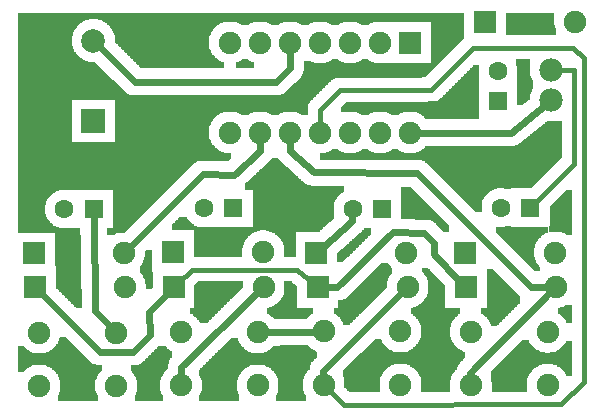
<source format=gbl>
G04 MADE WITH FRITZING*
G04 WWW.FRITZING.ORG*
G04 DOUBLE SIDED*
G04 HOLES PLATED*
G04 CONTOUR ON CENTER OF CONTOUR VECTOR*
%ASAXBY*%
%FSLAX23Y23*%
%MOIN*%
%OFA0B0*%
%SFA1.0B1.0*%
%ADD10C,0.075000*%
%ADD11C,0.062992*%
%ADD12C,0.078000*%
%ADD13C,0.078833*%
%ADD14R,0.075000X0.075000*%
%ADD15R,0.062992X0.062992*%
%ADD16R,0.078819X0.078847*%
%ADD17C,0.024000*%
%ADD18C,0.016000*%
%LNCOPPER0*%
G90*
G70*
G54D10*
X115Y1246D03*
X1516Y812D03*
X896Y784D03*
X678Y383D03*
X708Y107D03*
X1426Y147D03*
X247Y136D03*
X1346Y1238D03*
X1346Y938D03*
X1246Y1238D03*
X1246Y938D03*
X1146Y1238D03*
X1146Y938D03*
X1046Y1238D03*
X1046Y938D03*
X946Y1238D03*
X946Y938D03*
X846Y1238D03*
X846Y938D03*
X746Y1238D03*
X746Y938D03*
G54D11*
X1254Y684D03*
X1156Y684D03*
X758Y685D03*
X659Y685D03*
X292Y682D03*
X194Y682D03*
X1748Y687D03*
X1649Y687D03*
G54D10*
X839Y95D03*
X583Y95D03*
X839Y272D03*
X583Y272D03*
X1315Y97D03*
X1059Y97D03*
X1315Y275D03*
X1059Y275D03*
X1806Y97D03*
X1550Y97D03*
X1806Y274D03*
X1550Y274D03*
X367Y94D03*
X111Y94D03*
X367Y271D03*
X111Y271D03*
X1530Y538D03*
X1830Y538D03*
X1035Y537D03*
X1335Y537D03*
X558Y541D03*
X858Y541D03*
X1532Y423D03*
X1832Y423D03*
X1039Y423D03*
X1339Y423D03*
X559Y423D03*
X859Y423D03*
X96Y424D03*
X396Y424D03*
X92Y535D03*
X392Y535D03*
G54D12*
X1818Y1046D03*
X1818Y1146D03*
G54D11*
X1639Y1044D03*
X1639Y1142D03*
G54D10*
X1598Y1307D03*
X1898Y1307D03*
G54D13*
X291Y976D03*
X291Y1244D03*
G54D14*
X1346Y1238D03*
G54D15*
X1254Y684D03*
X758Y685D03*
X292Y682D03*
X1748Y687D03*
G54D14*
X1530Y538D03*
X1035Y537D03*
X558Y541D03*
X1532Y423D03*
X1039Y423D03*
X559Y423D03*
X96Y424D03*
X92Y535D03*
G54D15*
X1639Y1044D03*
G54D14*
X1598Y1307D03*
G54D16*
X291Y976D03*
G54D17*
X846Y913D02*
X846Y876D01*
D02*
X761Y798D02*
X656Y799D01*
D02*
X846Y876D02*
X761Y798D01*
D02*
X656Y799D02*
X410Y552D01*
D02*
X946Y878D02*
X1026Y805D01*
D02*
X946Y913D02*
X946Y878D01*
D02*
X1026Y805D02*
X1369Y802D01*
D02*
X1369Y802D02*
X1750Y422D01*
D02*
X1750Y422D02*
X1807Y423D01*
D02*
X864Y272D02*
X1034Y274D01*
D02*
X1815Y405D02*
X1548Y138D01*
D02*
X1548Y138D02*
X1549Y122D01*
D02*
X841Y405D02*
X585Y155D01*
D02*
X585Y155D02*
X584Y119D01*
D02*
X1798Y1030D02*
X1683Y938D01*
D02*
X1683Y938D02*
X1371Y938D01*
D02*
X113Y406D02*
X313Y208D01*
D02*
X424Y207D02*
X479Y262D01*
D02*
X313Y208D02*
X424Y207D01*
D02*
X479Y262D02*
X477Y340D01*
D02*
X477Y340D02*
X542Y405D01*
G54D18*
D02*
X1024Y435D02*
X971Y481D01*
D02*
X971Y481D02*
X620Y481D01*
D02*
X620Y481D02*
X573Y436D01*
G54D17*
D02*
X1515Y441D02*
X1427Y532D01*
D02*
X1427Y570D02*
X1395Y604D01*
D02*
X1427Y532D02*
X1427Y570D01*
D02*
X1395Y604D02*
X1289Y605D01*
D02*
X1105Y423D02*
X1064Y423D01*
D02*
X1289Y605D02*
X1105Y423D01*
D02*
X1057Y144D02*
X1058Y122D01*
D02*
X1321Y405D02*
X1057Y144D01*
G54D18*
D02*
X1114Y1080D02*
X1417Y1081D01*
D02*
X1046Y1012D02*
X1114Y1080D01*
D02*
X1417Y1081D02*
X1557Y1221D01*
D02*
X1557Y1221D02*
X1890Y1221D01*
D02*
X1927Y1186D02*
X1927Y108D01*
D02*
X1927Y108D02*
X1851Y32D01*
D02*
X1890Y1221D02*
X1927Y1186D01*
D02*
X1851Y32D02*
X1126Y31D01*
D02*
X1126Y31D02*
X1072Y84D01*
D02*
X1046Y957D02*
X1046Y1012D01*
G54D17*
D02*
X296Y342D02*
X350Y289D01*
D02*
X292Y659D02*
X296Y342D01*
D02*
X1155Y644D02*
X1054Y553D01*
D02*
X1155Y661D02*
X1155Y644D01*
G54D18*
D02*
X1838Y1146D02*
X1894Y1146D01*
D02*
X1894Y1146D02*
X1894Y834D01*
D02*
X1894Y834D02*
X1760Y700D01*
G54D17*
D02*
X310Y1226D02*
X429Y1107D01*
D02*
X900Y1107D02*
X947Y1153D01*
D02*
X429Y1107D02*
X900Y1107D01*
D02*
X947Y1153D02*
X947Y1213D01*
G36*
X1668Y1336D02*
X1668Y1262D01*
X1834Y1262D01*
X1834Y1282D01*
X1832Y1282D01*
X1832Y1286D01*
X1830Y1286D01*
X1830Y1296D01*
X1828Y1296D01*
X1828Y1336D01*
X1668Y1336D01*
G37*
D02*
G36*
X786Y1182D02*
X786Y1180D01*
X784Y1180D01*
X784Y1178D01*
X780Y1178D01*
X780Y1176D01*
X776Y1176D01*
X776Y1174D01*
X772Y1174D01*
X772Y1172D01*
X766Y1172D01*
X766Y1152D01*
X826Y1152D01*
X826Y1172D01*
X820Y1172D01*
X820Y1174D01*
X816Y1174D01*
X816Y1176D01*
X812Y1176D01*
X812Y1178D01*
X810Y1178D01*
X810Y1180D01*
X806Y1180D01*
X806Y1182D01*
X786Y1182D01*
G37*
D02*
G36*
X1700Y1182D02*
X1700Y1160D01*
X1702Y1160D01*
X1702Y1030D01*
X1724Y1030D01*
X1724Y1032D01*
X1726Y1032D01*
X1726Y1034D01*
X1728Y1034D01*
X1728Y1036D01*
X1730Y1036D01*
X1730Y1038D01*
X1734Y1038D01*
X1734Y1040D01*
X1736Y1040D01*
X1736Y1042D01*
X1738Y1042D01*
X1738Y1044D01*
X1740Y1044D01*
X1740Y1046D01*
X1744Y1046D01*
X1744Y1048D01*
X1746Y1048D01*
X1746Y1058D01*
X1748Y1058D01*
X1748Y1068D01*
X1750Y1068D01*
X1750Y1074D01*
X1752Y1074D01*
X1752Y1078D01*
X1754Y1078D01*
X1754Y1082D01*
X1756Y1082D01*
X1756Y1084D01*
X1758Y1084D01*
X1758Y1108D01*
X1756Y1108D01*
X1756Y1112D01*
X1754Y1112D01*
X1754Y1116D01*
X1752Y1116D01*
X1752Y1120D01*
X1750Y1120D01*
X1750Y1126D01*
X1748Y1126D01*
X1748Y1134D01*
X1746Y1134D01*
X1746Y1158D01*
X1748Y1158D01*
X1748Y1182D01*
X1700Y1182D01*
G37*
D02*
G36*
X40Y1336D02*
X40Y1316D01*
X308Y1316D01*
X308Y1314D01*
X314Y1314D01*
X314Y1312D01*
X320Y1312D01*
X320Y1310D01*
X324Y1310D01*
X324Y1308D01*
X1416Y1308D01*
X1416Y1170D01*
X1446Y1170D01*
X1446Y1172D01*
X1448Y1172D01*
X1448Y1174D01*
X1450Y1174D01*
X1450Y1176D01*
X1452Y1176D01*
X1452Y1178D01*
X1454Y1178D01*
X1454Y1180D01*
X1456Y1180D01*
X1456Y1182D01*
X1458Y1182D01*
X1458Y1184D01*
X1460Y1184D01*
X1460Y1186D01*
X1462Y1186D01*
X1462Y1188D01*
X1464Y1188D01*
X1464Y1190D01*
X1466Y1190D01*
X1466Y1192D01*
X1468Y1192D01*
X1468Y1194D01*
X1470Y1194D01*
X1470Y1196D01*
X1472Y1196D01*
X1472Y1198D01*
X1474Y1198D01*
X1474Y1200D01*
X1476Y1200D01*
X1476Y1202D01*
X1478Y1202D01*
X1478Y1204D01*
X1480Y1204D01*
X1480Y1206D01*
X1482Y1206D01*
X1482Y1208D01*
X1484Y1208D01*
X1484Y1210D01*
X1486Y1210D01*
X1486Y1212D01*
X1488Y1212D01*
X1488Y1214D01*
X1490Y1214D01*
X1490Y1216D01*
X1492Y1216D01*
X1492Y1218D01*
X1494Y1218D01*
X1494Y1220D01*
X1496Y1220D01*
X1496Y1222D01*
X1498Y1222D01*
X1498Y1224D01*
X1500Y1224D01*
X1500Y1226D01*
X1502Y1226D01*
X1502Y1228D01*
X1504Y1228D01*
X1504Y1230D01*
X1506Y1230D01*
X1506Y1232D01*
X1508Y1232D01*
X1508Y1234D01*
X1510Y1234D01*
X1510Y1236D01*
X1512Y1236D01*
X1512Y1238D01*
X1514Y1238D01*
X1514Y1240D01*
X1516Y1240D01*
X1516Y1242D01*
X1518Y1242D01*
X1518Y1244D01*
X1520Y1244D01*
X1520Y1246D01*
X1522Y1246D01*
X1522Y1248D01*
X1524Y1248D01*
X1524Y1250D01*
X1526Y1250D01*
X1526Y1252D01*
X1528Y1252D01*
X1528Y1336D01*
X40Y1336D01*
G37*
D02*
G36*
X40Y1316D02*
X40Y1064D01*
X410Y1064D01*
X410Y1066D01*
X406Y1066D01*
X406Y1068D01*
X402Y1068D01*
X402Y1070D01*
X400Y1070D01*
X400Y1072D01*
X398Y1072D01*
X398Y1074D01*
X396Y1074D01*
X396Y1076D01*
X394Y1076D01*
X394Y1078D01*
X392Y1078D01*
X392Y1080D01*
X390Y1080D01*
X390Y1082D01*
X388Y1082D01*
X388Y1084D01*
X386Y1084D01*
X386Y1086D01*
X384Y1086D01*
X384Y1088D01*
X382Y1088D01*
X382Y1090D01*
X380Y1090D01*
X380Y1092D01*
X378Y1092D01*
X378Y1094D01*
X376Y1094D01*
X376Y1096D01*
X374Y1096D01*
X374Y1098D01*
X372Y1098D01*
X372Y1100D01*
X370Y1100D01*
X370Y1102D01*
X368Y1102D01*
X368Y1104D01*
X366Y1104D01*
X366Y1106D01*
X364Y1106D01*
X364Y1108D01*
X362Y1108D01*
X362Y1110D01*
X360Y1110D01*
X360Y1112D01*
X358Y1112D01*
X358Y1114D01*
X354Y1114D01*
X354Y1116D01*
X352Y1116D01*
X352Y1118D01*
X350Y1118D01*
X350Y1120D01*
X348Y1120D01*
X348Y1122D01*
X346Y1122D01*
X346Y1124D01*
X344Y1124D01*
X344Y1126D01*
X342Y1126D01*
X342Y1128D01*
X340Y1128D01*
X340Y1130D01*
X338Y1130D01*
X338Y1132D01*
X336Y1132D01*
X336Y1134D01*
X334Y1134D01*
X334Y1136D01*
X332Y1136D01*
X332Y1138D01*
X330Y1138D01*
X330Y1140D01*
X328Y1140D01*
X328Y1142D01*
X326Y1142D01*
X326Y1144D01*
X324Y1144D01*
X324Y1146D01*
X322Y1146D01*
X322Y1148D01*
X320Y1148D01*
X320Y1150D01*
X318Y1150D01*
X318Y1152D01*
X316Y1152D01*
X316Y1154D01*
X314Y1154D01*
X314Y1156D01*
X312Y1156D01*
X312Y1158D01*
X310Y1158D01*
X310Y1160D01*
X308Y1160D01*
X308Y1162D01*
X306Y1162D01*
X306Y1164D01*
X304Y1164D01*
X304Y1166D01*
X302Y1166D01*
X302Y1168D01*
X300Y1168D01*
X300Y1170D01*
X298Y1170D01*
X298Y1172D01*
X296Y1172D01*
X296Y1174D01*
X272Y1174D01*
X272Y1176D01*
X266Y1176D01*
X266Y1178D01*
X262Y1178D01*
X262Y1180D01*
X258Y1180D01*
X258Y1182D01*
X254Y1182D01*
X254Y1184D01*
X252Y1184D01*
X252Y1186D01*
X248Y1186D01*
X248Y1188D01*
X246Y1188D01*
X246Y1190D01*
X244Y1190D01*
X244Y1192D01*
X242Y1192D01*
X242Y1194D01*
X240Y1194D01*
X240Y1196D01*
X238Y1196D01*
X238Y1198D01*
X236Y1198D01*
X236Y1200D01*
X234Y1200D01*
X234Y1202D01*
X232Y1202D01*
X232Y1206D01*
X230Y1206D01*
X230Y1208D01*
X228Y1208D01*
X228Y1212D01*
X226Y1212D01*
X226Y1216D01*
X224Y1216D01*
X224Y1222D01*
X222Y1222D01*
X222Y1228D01*
X220Y1228D01*
X220Y1260D01*
X222Y1260D01*
X222Y1268D01*
X224Y1268D01*
X224Y1272D01*
X226Y1272D01*
X226Y1278D01*
X228Y1278D01*
X228Y1280D01*
X230Y1280D01*
X230Y1284D01*
X232Y1284D01*
X232Y1286D01*
X234Y1286D01*
X234Y1288D01*
X236Y1288D01*
X236Y1292D01*
X238Y1292D01*
X238Y1294D01*
X240Y1294D01*
X240Y1296D01*
X242Y1296D01*
X242Y1298D01*
X244Y1298D01*
X244Y1300D01*
X248Y1300D01*
X248Y1302D01*
X250Y1302D01*
X250Y1304D01*
X252Y1304D01*
X252Y1306D01*
X256Y1306D01*
X256Y1308D01*
X258Y1308D01*
X258Y1310D01*
X262Y1310D01*
X262Y1312D01*
X268Y1312D01*
X268Y1314D01*
X276Y1314D01*
X276Y1316D01*
X40Y1316D01*
G37*
D02*
G36*
X328Y1308D02*
X328Y1306D01*
X330Y1306D01*
X330Y1304D01*
X334Y1304D01*
X334Y1302D01*
X336Y1302D01*
X336Y1300D01*
X338Y1300D01*
X338Y1298D01*
X340Y1298D01*
X340Y1296D01*
X342Y1296D01*
X342Y1294D01*
X344Y1294D01*
X344Y1292D01*
X346Y1292D01*
X346Y1290D01*
X348Y1290D01*
X348Y1288D01*
X350Y1288D01*
X350Y1284D01*
X352Y1284D01*
X352Y1282D01*
X354Y1282D01*
X354Y1278D01*
X356Y1278D01*
X356Y1274D01*
X358Y1274D01*
X358Y1270D01*
X360Y1270D01*
X360Y1264D01*
X362Y1264D01*
X362Y1240D01*
X364Y1240D01*
X364Y1238D01*
X366Y1238D01*
X366Y1236D01*
X368Y1236D01*
X368Y1234D01*
X370Y1234D01*
X370Y1232D01*
X372Y1232D01*
X372Y1230D01*
X374Y1230D01*
X374Y1228D01*
X376Y1228D01*
X376Y1226D01*
X378Y1226D01*
X378Y1224D01*
X380Y1224D01*
X380Y1222D01*
X382Y1222D01*
X382Y1220D01*
X384Y1220D01*
X384Y1218D01*
X386Y1218D01*
X386Y1216D01*
X388Y1216D01*
X388Y1214D01*
X390Y1214D01*
X390Y1212D01*
X392Y1212D01*
X392Y1210D01*
X394Y1210D01*
X394Y1208D01*
X396Y1208D01*
X396Y1206D01*
X398Y1206D01*
X398Y1204D01*
X400Y1204D01*
X400Y1202D01*
X402Y1202D01*
X402Y1200D01*
X404Y1200D01*
X404Y1198D01*
X406Y1198D01*
X406Y1196D01*
X408Y1196D01*
X408Y1194D01*
X410Y1194D01*
X410Y1192D01*
X412Y1192D01*
X412Y1190D01*
X414Y1190D01*
X414Y1188D01*
X416Y1188D01*
X416Y1186D01*
X418Y1186D01*
X418Y1184D01*
X420Y1184D01*
X420Y1182D01*
X422Y1182D01*
X422Y1180D01*
X424Y1180D01*
X424Y1178D01*
X426Y1178D01*
X426Y1176D01*
X428Y1176D01*
X428Y1174D01*
X430Y1174D01*
X430Y1172D01*
X432Y1172D01*
X432Y1170D01*
X434Y1170D01*
X434Y1168D01*
X436Y1168D01*
X436Y1166D01*
X438Y1166D01*
X438Y1164D01*
X440Y1164D01*
X440Y1162D01*
X442Y1162D01*
X442Y1160D01*
X444Y1160D01*
X444Y1158D01*
X446Y1158D01*
X446Y1156D01*
X448Y1156D01*
X448Y1154D01*
X450Y1154D01*
X450Y1152D01*
X726Y1152D01*
X726Y1172D01*
X720Y1172D01*
X720Y1174D01*
X716Y1174D01*
X716Y1176D01*
X712Y1176D01*
X712Y1178D01*
X710Y1178D01*
X710Y1180D01*
X706Y1180D01*
X706Y1182D01*
X704Y1182D01*
X704Y1184D01*
X702Y1184D01*
X702Y1186D01*
X700Y1186D01*
X700Y1188D01*
X698Y1188D01*
X698Y1190D01*
X696Y1190D01*
X696Y1192D01*
X694Y1192D01*
X694Y1194D01*
X692Y1194D01*
X692Y1196D01*
X690Y1196D01*
X690Y1198D01*
X688Y1198D01*
X688Y1202D01*
X686Y1202D01*
X686Y1204D01*
X684Y1204D01*
X684Y1208D01*
X682Y1208D01*
X682Y1212D01*
X680Y1212D01*
X680Y1218D01*
X678Y1218D01*
X678Y1228D01*
X676Y1228D01*
X676Y1250D01*
X678Y1250D01*
X678Y1260D01*
X680Y1260D01*
X680Y1264D01*
X682Y1264D01*
X682Y1270D01*
X684Y1270D01*
X684Y1272D01*
X686Y1272D01*
X686Y1276D01*
X688Y1276D01*
X688Y1278D01*
X690Y1278D01*
X690Y1282D01*
X692Y1282D01*
X692Y1284D01*
X694Y1284D01*
X694Y1286D01*
X696Y1286D01*
X696Y1288D01*
X698Y1288D01*
X698Y1290D01*
X700Y1290D01*
X700Y1292D01*
X702Y1292D01*
X702Y1294D01*
X704Y1294D01*
X704Y1296D01*
X708Y1296D01*
X708Y1298D01*
X710Y1298D01*
X710Y1300D01*
X714Y1300D01*
X714Y1302D01*
X718Y1302D01*
X718Y1304D01*
X722Y1304D01*
X722Y1306D01*
X730Y1306D01*
X730Y1308D01*
X328Y1308D01*
G37*
D02*
G36*
X762Y1308D02*
X762Y1306D01*
X770Y1306D01*
X770Y1304D01*
X774Y1304D01*
X774Y1302D01*
X778Y1302D01*
X778Y1300D01*
X782Y1300D01*
X782Y1298D01*
X784Y1298D01*
X784Y1296D01*
X808Y1296D01*
X808Y1298D01*
X810Y1298D01*
X810Y1300D01*
X814Y1300D01*
X814Y1302D01*
X818Y1302D01*
X818Y1304D01*
X822Y1304D01*
X822Y1306D01*
X830Y1306D01*
X830Y1308D01*
X762Y1308D01*
G37*
D02*
G36*
X862Y1308D02*
X862Y1306D01*
X870Y1306D01*
X870Y1304D01*
X874Y1304D01*
X874Y1302D01*
X878Y1302D01*
X878Y1300D01*
X882Y1300D01*
X882Y1298D01*
X884Y1298D01*
X884Y1296D01*
X908Y1296D01*
X908Y1298D01*
X910Y1298D01*
X910Y1300D01*
X914Y1300D01*
X914Y1302D01*
X918Y1302D01*
X918Y1304D01*
X922Y1304D01*
X922Y1306D01*
X930Y1306D01*
X930Y1308D01*
X862Y1308D01*
G37*
D02*
G36*
X962Y1308D02*
X962Y1306D01*
X970Y1306D01*
X970Y1304D01*
X974Y1304D01*
X974Y1302D01*
X978Y1302D01*
X978Y1300D01*
X982Y1300D01*
X982Y1298D01*
X984Y1298D01*
X984Y1296D01*
X1008Y1296D01*
X1008Y1298D01*
X1010Y1298D01*
X1010Y1300D01*
X1014Y1300D01*
X1014Y1302D01*
X1018Y1302D01*
X1018Y1304D01*
X1022Y1304D01*
X1022Y1306D01*
X1030Y1306D01*
X1030Y1308D01*
X962Y1308D01*
G37*
D02*
G36*
X1062Y1308D02*
X1062Y1306D01*
X1070Y1306D01*
X1070Y1304D01*
X1074Y1304D01*
X1074Y1302D01*
X1078Y1302D01*
X1078Y1300D01*
X1082Y1300D01*
X1082Y1298D01*
X1084Y1298D01*
X1084Y1296D01*
X1108Y1296D01*
X1108Y1298D01*
X1110Y1298D01*
X1110Y1300D01*
X1114Y1300D01*
X1114Y1302D01*
X1118Y1302D01*
X1118Y1304D01*
X1122Y1304D01*
X1122Y1306D01*
X1130Y1306D01*
X1130Y1308D01*
X1062Y1308D01*
G37*
D02*
G36*
X1162Y1308D02*
X1162Y1306D01*
X1170Y1306D01*
X1170Y1304D01*
X1174Y1304D01*
X1174Y1302D01*
X1178Y1302D01*
X1178Y1300D01*
X1182Y1300D01*
X1182Y1298D01*
X1184Y1298D01*
X1184Y1296D01*
X1208Y1296D01*
X1208Y1298D01*
X1210Y1298D01*
X1210Y1300D01*
X1214Y1300D01*
X1214Y1302D01*
X1218Y1302D01*
X1218Y1304D01*
X1222Y1304D01*
X1222Y1306D01*
X1230Y1306D01*
X1230Y1308D01*
X1162Y1308D01*
G37*
D02*
G36*
X1086Y1182D02*
X1086Y1180D01*
X1084Y1180D01*
X1084Y1178D01*
X1080Y1178D01*
X1080Y1176D01*
X1076Y1176D01*
X1076Y1174D01*
X1072Y1174D01*
X1072Y1172D01*
X1066Y1172D01*
X1066Y1170D01*
X1126Y1170D01*
X1126Y1172D01*
X1120Y1172D01*
X1120Y1174D01*
X1116Y1174D01*
X1116Y1176D01*
X1112Y1176D01*
X1112Y1178D01*
X1110Y1178D01*
X1110Y1180D01*
X1106Y1180D01*
X1106Y1182D01*
X1086Y1182D01*
G37*
D02*
G36*
X1186Y1182D02*
X1186Y1180D01*
X1184Y1180D01*
X1184Y1178D01*
X1180Y1178D01*
X1180Y1176D01*
X1176Y1176D01*
X1176Y1174D01*
X1172Y1174D01*
X1172Y1172D01*
X1166Y1172D01*
X1166Y1170D01*
X1226Y1170D01*
X1226Y1172D01*
X1220Y1172D01*
X1220Y1174D01*
X1216Y1174D01*
X1216Y1176D01*
X1212Y1176D01*
X1212Y1178D01*
X1210Y1178D01*
X1210Y1180D01*
X1206Y1180D01*
X1206Y1182D01*
X1186Y1182D01*
G37*
D02*
G36*
X992Y1178D02*
X992Y1170D01*
X1026Y1170D01*
X1026Y1172D01*
X1020Y1172D01*
X1020Y1174D01*
X1016Y1174D01*
X1016Y1176D01*
X1012Y1176D01*
X1012Y1178D01*
X992Y1178D01*
G37*
D02*
G36*
X992Y1170D02*
X992Y1168D01*
X1444Y1168D01*
X1444Y1170D01*
X992Y1170D01*
G37*
D02*
G36*
X992Y1170D02*
X992Y1168D01*
X1444Y1168D01*
X1444Y1170D01*
X992Y1170D01*
G37*
D02*
G36*
X992Y1170D02*
X992Y1168D01*
X1444Y1168D01*
X1444Y1170D01*
X992Y1170D01*
G37*
D02*
G36*
X992Y1170D02*
X992Y1168D01*
X1444Y1168D01*
X1444Y1170D01*
X992Y1170D01*
G37*
D02*
G36*
X992Y1168D02*
X992Y1142D01*
X990Y1142D01*
X990Y1134D01*
X988Y1134D01*
X988Y1128D01*
X986Y1128D01*
X986Y1126D01*
X984Y1126D01*
X984Y1122D01*
X982Y1122D01*
X982Y1120D01*
X980Y1120D01*
X980Y1118D01*
X978Y1118D01*
X978Y1116D01*
X976Y1116D01*
X976Y1114D01*
X974Y1114D01*
X974Y1112D01*
X972Y1112D01*
X972Y1110D01*
X970Y1110D01*
X970Y1108D01*
X968Y1108D01*
X968Y1106D01*
X966Y1106D01*
X966Y1104D01*
X964Y1104D01*
X964Y1102D01*
X960Y1102D01*
X960Y1100D01*
X958Y1100D01*
X958Y1098D01*
X956Y1098D01*
X956Y1096D01*
X954Y1096D01*
X954Y1094D01*
X952Y1094D01*
X952Y1092D01*
X950Y1092D01*
X950Y1090D01*
X948Y1090D01*
X948Y1088D01*
X946Y1088D01*
X946Y1086D01*
X944Y1086D01*
X944Y1084D01*
X942Y1084D01*
X942Y1082D01*
X940Y1082D01*
X940Y1080D01*
X938Y1080D01*
X938Y1078D01*
X936Y1078D01*
X936Y1076D01*
X934Y1076D01*
X934Y1074D01*
X932Y1074D01*
X932Y1072D01*
X930Y1072D01*
X930Y1070D01*
X926Y1070D01*
X926Y1068D01*
X924Y1068D01*
X924Y1066D01*
X918Y1066D01*
X918Y1064D01*
X1038Y1064D01*
X1038Y1066D01*
X1040Y1066D01*
X1040Y1068D01*
X1042Y1068D01*
X1042Y1070D01*
X1044Y1070D01*
X1044Y1072D01*
X1046Y1072D01*
X1046Y1074D01*
X1048Y1074D01*
X1048Y1076D01*
X1050Y1076D01*
X1050Y1078D01*
X1052Y1078D01*
X1052Y1080D01*
X1054Y1080D01*
X1054Y1082D01*
X1056Y1082D01*
X1056Y1084D01*
X1058Y1084D01*
X1058Y1086D01*
X1060Y1086D01*
X1060Y1088D01*
X1062Y1088D01*
X1062Y1090D01*
X1064Y1090D01*
X1064Y1092D01*
X1066Y1092D01*
X1066Y1094D01*
X1068Y1094D01*
X1068Y1096D01*
X1070Y1096D01*
X1070Y1098D01*
X1072Y1098D01*
X1072Y1100D01*
X1074Y1100D01*
X1074Y1102D01*
X1076Y1102D01*
X1076Y1104D01*
X1078Y1104D01*
X1078Y1106D01*
X1080Y1106D01*
X1080Y1108D01*
X1082Y1108D01*
X1082Y1110D01*
X1084Y1110D01*
X1084Y1112D01*
X1086Y1112D01*
X1086Y1114D01*
X1090Y1114D01*
X1090Y1116D01*
X1092Y1116D01*
X1092Y1118D01*
X1098Y1118D01*
X1098Y1120D01*
X1386Y1120D01*
X1386Y1122D01*
X1398Y1122D01*
X1398Y1124D01*
X1400Y1124D01*
X1400Y1126D01*
X1402Y1126D01*
X1402Y1128D01*
X1404Y1128D01*
X1404Y1130D01*
X1406Y1130D01*
X1406Y1132D01*
X1408Y1132D01*
X1408Y1134D01*
X1410Y1134D01*
X1410Y1136D01*
X1412Y1136D01*
X1412Y1138D01*
X1414Y1138D01*
X1414Y1140D01*
X1416Y1140D01*
X1416Y1142D01*
X1418Y1142D01*
X1418Y1144D01*
X1420Y1144D01*
X1420Y1146D01*
X1422Y1146D01*
X1422Y1148D01*
X1424Y1148D01*
X1424Y1150D01*
X1426Y1150D01*
X1426Y1152D01*
X1428Y1152D01*
X1428Y1154D01*
X1430Y1154D01*
X1430Y1156D01*
X1432Y1156D01*
X1432Y1158D01*
X1434Y1158D01*
X1434Y1160D01*
X1436Y1160D01*
X1436Y1162D01*
X1438Y1162D01*
X1438Y1164D01*
X1440Y1164D01*
X1440Y1166D01*
X1442Y1166D01*
X1442Y1168D01*
X992Y1168D01*
G37*
D02*
G36*
X40Y1064D02*
X40Y1062D01*
X1036Y1062D01*
X1036Y1064D01*
X40Y1064D01*
G37*
D02*
G36*
X40Y1064D02*
X40Y1062D01*
X1036Y1062D01*
X1036Y1064D01*
X40Y1064D01*
G37*
D02*
G36*
X40Y1062D02*
X40Y1048D01*
X362Y1048D01*
X362Y1008D01*
X962Y1008D01*
X962Y1006D01*
X970Y1006D01*
X970Y1004D01*
X974Y1004D01*
X974Y1002D01*
X978Y1002D01*
X978Y1000D01*
X982Y1000D01*
X982Y998D01*
X984Y998D01*
X984Y996D01*
X1006Y996D01*
X1006Y1028D01*
X1008Y1028D01*
X1008Y1034D01*
X1010Y1034D01*
X1010Y1036D01*
X1012Y1036D01*
X1012Y1040D01*
X1014Y1040D01*
X1014Y1042D01*
X1016Y1042D01*
X1016Y1044D01*
X1018Y1044D01*
X1018Y1046D01*
X1020Y1046D01*
X1020Y1048D01*
X1022Y1048D01*
X1022Y1050D01*
X1024Y1050D01*
X1024Y1052D01*
X1026Y1052D01*
X1026Y1054D01*
X1028Y1054D01*
X1028Y1056D01*
X1030Y1056D01*
X1030Y1058D01*
X1032Y1058D01*
X1032Y1060D01*
X1034Y1060D01*
X1034Y1062D01*
X40Y1062D01*
G37*
D02*
G36*
X40Y1048D02*
X40Y906D01*
X220Y906D01*
X220Y1048D01*
X40Y1048D01*
G37*
D02*
G36*
X362Y1008D02*
X362Y906D01*
X684Y906D01*
X684Y908D01*
X682Y908D01*
X682Y912D01*
X680Y912D01*
X680Y918D01*
X678Y918D01*
X678Y928D01*
X676Y928D01*
X676Y950D01*
X678Y950D01*
X678Y960D01*
X680Y960D01*
X680Y964D01*
X682Y964D01*
X682Y970D01*
X684Y970D01*
X684Y972D01*
X686Y972D01*
X686Y976D01*
X688Y976D01*
X688Y978D01*
X690Y978D01*
X690Y982D01*
X692Y982D01*
X692Y984D01*
X694Y984D01*
X694Y986D01*
X696Y986D01*
X696Y988D01*
X698Y988D01*
X698Y990D01*
X700Y990D01*
X700Y992D01*
X702Y992D01*
X702Y994D01*
X704Y994D01*
X704Y996D01*
X708Y996D01*
X708Y998D01*
X710Y998D01*
X710Y1000D01*
X714Y1000D01*
X714Y1002D01*
X718Y1002D01*
X718Y1004D01*
X722Y1004D01*
X722Y1006D01*
X730Y1006D01*
X730Y1008D01*
X362Y1008D01*
G37*
D02*
G36*
X762Y1008D02*
X762Y1006D01*
X770Y1006D01*
X770Y1004D01*
X774Y1004D01*
X774Y1002D01*
X778Y1002D01*
X778Y1000D01*
X782Y1000D01*
X782Y998D01*
X784Y998D01*
X784Y996D01*
X808Y996D01*
X808Y998D01*
X810Y998D01*
X810Y1000D01*
X814Y1000D01*
X814Y1002D01*
X818Y1002D01*
X818Y1004D01*
X822Y1004D01*
X822Y1006D01*
X830Y1006D01*
X830Y1008D01*
X762Y1008D01*
G37*
D02*
G36*
X862Y1008D02*
X862Y1006D01*
X870Y1006D01*
X870Y1004D01*
X874Y1004D01*
X874Y1002D01*
X878Y1002D01*
X878Y1000D01*
X882Y1000D01*
X882Y998D01*
X884Y998D01*
X884Y996D01*
X908Y996D01*
X908Y998D01*
X910Y998D01*
X910Y1000D01*
X914Y1000D01*
X914Y1002D01*
X918Y1002D01*
X918Y1004D01*
X922Y1004D01*
X922Y1006D01*
X930Y1006D01*
X930Y1008D01*
X862Y1008D01*
G37*
D02*
G36*
X40Y906D02*
X40Y904D01*
X684Y904D01*
X684Y906D01*
X40Y906D01*
G37*
D02*
G36*
X40Y906D02*
X40Y904D01*
X684Y904D01*
X684Y906D01*
X40Y906D01*
G37*
D02*
G36*
X40Y904D02*
X40Y844D01*
X664Y844D01*
X664Y842D01*
X740Y842D01*
X740Y844D01*
X742Y844D01*
X742Y846D01*
X746Y846D01*
X746Y848D01*
X748Y848D01*
X748Y850D01*
X750Y850D01*
X750Y870D01*
X726Y870D01*
X726Y872D01*
X720Y872D01*
X720Y874D01*
X716Y874D01*
X716Y876D01*
X712Y876D01*
X712Y878D01*
X710Y878D01*
X710Y880D01*
X706Y880D01*
X706Y882D01*
X704Y882D01*
X704Y884D01*
X702Y884D01*
X702Y886D01*
X700Y886D01*
X700Y888D01*
X698Y888D01*
X698Y890D01*
X696Y890D01*
X696Y892D01*
X694Y892D01*
X694Y894D01*
X692Y894D01*
X692Y896D01*
X690Y896D01*
X690Y898D01*
X688Y898D01*
X688Y902D01*
X686Y902D01*
X686Y904D01*
X40Y904D01*
G37*
D02*
G36*
X40Y844D02*
X40Y746D01*
X356Y746D01*
X356Y620D01*
X338Y620D01*
X338Y596D01*
X358Y596D01*
X358Y598D01*
X362Y598D01*
X362Y600D01*
X368Y600D01*
X368Y602D01*
X374Y602D01*
X374Y604D01*
X396Y604D01*
X396Y606D01*
X398Y606D01*
X398Y608D01*
X400Y608D01*
X400Y610D01*
X402Y610D01*
X402Y612D01*
X404Y612D01*
X404Y614D01*
X406Y614D01*
X406Y616D01*
X408Y616D01*
X408Y618D01*
X410Y618D01*
X410Y620D01*
X412Y620D01*
X412Y622D01*
X414Y622D01*
X414Y624D01*
X416Y624D01*
X416Y626D01*
X418Y626D01*
X418Y628D01*
X420Y628D01*
X420Y630D01*
X422Y630D01*
X422Y632D01*
X424Y632D01*
X424Y634D01*
X426Y634D01*
X426Y636D01*
X428Y636D01*
X428Y638D01*
X430Y638D01*
X430Y640D01*
X432Y640D01*
X432Y642D01*
X434Y642D01*
X434Y644D01*
X436Y644D01*
X436Y646D01*
X438Y646D01*
X438Y648D01*
X440Y648D01*
X440Y650D01*
X442Y650D01*
X442Y652D01*
X444Y652D01*
X444Y654D01*
X446Y654D01*
X446Y656D01*
X448Y656D01*
X448Y658D01*
X450Y658D01*
X450Y660D01*
X452Y660D01*
X452Y662D01*
X454Y662D01*
X454Y664D01*
X456Y664D01*
X456Y666D01*
X458Y666D01*
X458Y668D01*
X460Y668D01*
X460Y670D01*
X462Y670D01*
X462Y672D01*
X464Y672D01*
X464Y674D01*
X466Y674D01*
X466Y676D01*
X468Y676D01*
X468Y678D01*
X470Y678D01*
X470Y680D01*
X472Y680D01*
X472Y682D01*
X474Y682D01*
X474Y684D01*
X476Y684D01*
X476Y686D01*
X478Y686D01*
X478Y688D01*
X480Y688D01*
X480Y690D01*
X482Y690D01*
X482Y692D01*
X484Y692D01*
X484Y694D01*
X486Y694D01*
X486Y696D01*
X488Y696D01*
X488Y698D01*
X490Y698D01*
X490Y700D01*
X492Y700D01*
X492Y702D01*
X494Y702D01*
X494Y704D01*
X496Y704D01*
X496Y706D01*
X498Y706D01*
X498Y708D01*
X500Y708D01*
X500Y710D01*
X502Y710D01*
X502Y712D01*
X504Y712D01*
X504Y714D01*
X506Y714D01*
X506Y716D01*
X508Y716D01*
X508Y718D01*
X510Y718D01*
X510Y720D01*
X512Y720D01*
X512Y722D01*
X514Y722D01*
X514Y724D01*
X516Y724D01*
X516Y726D01*
X518Y726D01*
X518Y728D01*
X520Y728D01*
X520Y730D01*
X522Y730D01*
X522Y732D01*
X524Y732D01*
X524Y734D01*
X526Y734D01*
X526Y736D01*
X528Y736D01*
X528Y738D01*
X530Y738D01*
X530Y740D01*
X532Y740D01*
X532Y742D01*
X534Y742D01*
X534Y744D01*
X536Y744D01*
X536Y746D01*
X538Y746D01*
X538Y748D01*
X540Y748D01*
X540Y750D01*
X542Y750D01*
X542Y752D01*
X544Y752D01*
X544Y754D01*
X546Y754D01*
X546Y756D01*
X548Y756D01*
X548Y758D01*
X550Y758D01*
X550Y760D01*
X552Y760D01*
X552Y762D01*
X554Y762D01*
X554Y764D01*
X556Y764D01*
X556Y766D01*
X558Y766D01*
X558Y768D01*
X560Y768D01*
X560Y770D01*
X562Y770D01*
X562Y772D01*
X564Y772D01*
X564Y774D01*
X566Y774D01*
X566Y776D01*
X568Y776D01*
X568Y778D01*
X570Y778D01*
X570Y780D01*
X572Y780D01*
X572Y782D01*
X574Y782D01*
X574Y784D01*
X576Y784D01*
X576Y786D01*
X578Y786D01*
X578Y788D01*
X580Y788D01*
X580Y790D01*
X582Y790D01*
X582Y792D01*
X584Y792D01*
X584Y794D01*
X586Y794D01*
X586Y796D01*
X588Y796D01*
X588Y798D01*
X590Y798D01*
X590Y800D01*
X592Y800D01*
X592Y802D01*
X594Y802D01*
X594Y804D01*
X596Y804D01*
X596Y806D01*
X598Y806D01*
X598Y808D01*
X600Y808D01*
X600Y810D01*
X602Y810D01*
X602Y812D01*
X604Y812D01*
X604Y814D01*
X606Y814D01*
X606Y816D01*
X608Y816D01*
X608Y818D01*
X610Y818D01*
X610Y820D01*
X612Y820D01*
X612Y822D01*
X614Y822D01*
X614Y824D01*
X616Y824D01*
X616Y826D01*
X618Y826D01*
X618Y828D01*
X620Y828D01*
X620Y830D01*
X622Y830D01*
X622Y832D01*
X624Y832D01*
X624Y834D01*
X626Y834D01*
X626Y836D01*
X628Y836D01*
X628Y838D01*
X632Y838D01*
X632Y840D01*
X636Y840D01*
X636Y842D01*
X648Y842D01*
X648Y844D01*
X40Y844D01*
G37*
D02*
G36*
X40Y746D02*
X40Y604D01*
X162Y604D01*
X162Y494D01*
X164Y494D01*
X164Y492D01*
X166Y492D01*
X166Y420D01*
X168Y420D01*
X168Y418D01*
X170Y418D01*
X170Y416D01*
X172Y416D01*
X172Y414D01*
X174Y414D01*
X174Y412D01*
X176Y412D01*
X176Y410D01*
X178Y410D01*
X178Y408D01*
X180Y408D01*
X180Y406D01*
X182Y406D01*
X182Y404D01*
X184Y404D01*
X184Y402D01*
X186Y402D01*
X186Y400D01*
X188Y400D01*
X188Y398D01*
X190Y398D01*
X190Y396D01*
X192Y396D01*
X192Y394D01*
X194Y394D01*
X194Y392D01*
X196Y392D01*
X196Y390D01*
X198Y390D01*
X198Y388D01*
X200Y388D01*
X200Y386D01*
X202Y386D01*
X202Y384D01*
X204Y384D01*
X204Y382D01*
X206Y382D01*
X206Y380D01*
X208Y380D01*
X208Y378D01*
X210Y378D01*
X210Y376D01*
X212Y376D01*
X212Y374D01*
X214Y374D01*
X214Y372D01*
X216Y372D01*
X216Y370D01*
X218Y370D01*
X218Y368D01*
X220Y368D01*
X220Y366D01*
X222Y366D01*
X222Y364D01*
X224Y364D01*
X224Y362D01*
X226Y362D01*
X226Y360D01*
X228Y360D01*
X228Y358D01*
X230Y358D01*
X230Y356D01*
X232Y356D01*
X232Y354D01*
X252Y354D01*
X252Y416D01*
X250Y416D01*
X250Y598D01*
X248Y598D01*
X248Y620D01*
X176Y620D01*
X176Y622D01*
X170Y622D01*
X170Y624D01*
X166Y624D01*
X166Y626D01*
X162Y626D01*
X162Y628D01*
X158Y628D01*
X158Y630D01*
X156Y630D01*
X156Y632D01*
X154Y632D01*
X154Y634D01*
X152Y634D01*
X152Y636D01*
X150Y636D01*
X150Y638D01*
X148Y638D01*
X148Y640D01*
X146Y640D01*
X146Y642D01*
X144Y642D01*
X144Y644D01*
X142Y644D01*
X142Y646D01*
X140Y646D01*
X140Y650D01*
X138Y650D01*
X138Y652D01*
X136Y652D01*
X136Y656D01*
X134Y656D01*
X134Y662D01*
X132Y662D01*
X132Y668D01*
X130Y668D01*
X130Y698D01*
X132Y698D01*
X132Y704D01*
X134Y704D01*
X134Y710D01*
X136Y710D01*
X136Y714D01*
X138Y714D01*
X138Y716D01*
X140Y716D01*
X140Y720D01*
X142Y720D01*
X142Y722D01*
X144Y722D01*
X144Y724D01*
X146Y724D01*
X146Y726D01*
X148Y726D01*
X148Y728D01*
X150Y728D01*
X150Y730D01*
X152Y730D01*
X152Y732D01*
X154Y732D01*
X154Y734D01*
X156Y734D01*
X156Y736D01*
X160Y736D01*
X160Y738D01*
X162Y738D01*
X162Y740D01*
X166Y740D01*
X166Y742D01*
X170Y742D01*
X170Y744D01*
X176Y744D01*
X176Y746D01*
X40Y746D01*
G37*
D02*
G36*
X1558Y1162D02*
X1558Y1160D01*
X1556Y1160D01*
X1556Y1158D01*
X1554Y1158D01*
X1554Y1156D01*
X1552Y1156D01*
X1552Y1154D01*
X1550Y1154D01*
X1550Y1152D01*
X1548Y1152D01*
X1548Y1150D01*
X1546Y1150D01*
X1546Y1148D01*
X1544Y1148D01*
X1544Y1146D01*
X1542Y1146D01*
X1542Y1144D01*
X1540Y1144D01*
X1540Y1142D01*
X1538Y1142D01*
X1538Y1140D01*
X1536Y1140D01*
X1536Y1138D01*
X1534Y1138D01*
X1534Y1136D01*
X1532Y1136D01*
X1532Y1134D01*
X1530Y1134D01*
X1530Y1132D01*
X1528Y1132D01*
X1528Y1130D01*
X1526Y1130D01*
X1526Y1128D01*
X1524Y1128D01*
X1524Y1126D01*
X1522Y1126D01*
X1522Y1124D01*
X1520Y1124D01*
X1520Y1122D01*
X1518Y1122D01*
X1518Y1120D01*
X1516Y1120D01*
X1516Y1118D01*
X1514Y1118D01*
X1514Y1116D01*
X1512Y1116D01*
X1512Y1114D01*
X1510Y1114D01*
X1510Y1112D01*
X1508Y1112D01*
X1508Y1110D01*
X1506Y1110D01*
X1506Y1108D01*
X1504Y1108D01*
X1504Y1106D01*
X1502Y1106D01*
X1502Y1104D01*
X1500Y1104D01*
X1500Y1102D01*
X1498Y1102D01*
X1498Y1100D01*
X1496Y1100D01*
X1496Y1098D01*
X1494Y1098D01*
X1494Y1096D01*
X1492Y1096D01*
X1492Y1094D01*
X1490Y1094D01*
X1490Y1092D01*
X1488Y1092D01*
X1488Y1090D01*
X1486Y1090D01*
X1486Y1088D01*
X1484Y1088D01*
X1484Y1086D01*
X1482Y1086D01*
X1482Y1084D01*
X1480Y1084D01*
X1480Y1082D01*
X1478Y1082D01*
X1478Y1080D01*
X1476Y1080D01*
X1476Y1078D01*
X1474Y1078D01*
X1474Y1076D01*
X1472Y1076D01*
X1472Y1074D01*
X1470Y1074D01*
X1470Y1072D01*
X1468Y1072D01*
X1468Y1070D01*
X1466Y1070D01*
X1466Y1068D01*
X1464Y1068D01*
X1464Y1066D01*
X1462Y1066D01*
X1462Y1064D01*
X1460Y1064D01*
X1460Y1062D01*
X1458Y1062D01*
X1458Y1060D01*
X1456Y1060D01*
X1456Y1058D01*
X1454Y1058D01*
X1454Y1056D01*
X1452Y1056D01*
X1452Y1054D01*
X1450Y1054D01*
X1450Y1052D01*
X1448Y1052D01*
X1448Y1050D01*
X1444Y1050D01*
X1444Y1048D01*
X1442Y1048D01*
X1442Y1046D01*
X1440Y1046D01*
X1440Y1044D01*
X1434Y1044D01*
X1434Y1042D01*
X1406Y1042D01*
X1406Y1040D01*
X1134Y1040D01*
X1134Y1038D01*
X1132Y1038D01*
X1132Y1036D01*
X1130Y1036D01*
X1130Y1034D01*
X1128Y1034D01*
X1128Y1032D01*
X1126Y1032D01*
X1126Y1030D01*
X1124Y1030D01*
X1124Y1028D01*
X1122Y1028D01*
X1122Y1026D01*
X1120Y1026D01*
X1120Y1024D01*
X1118Y1024D01*
X1118Y1022D01*
X1116Y1022D01*
X1116Y1008D01*
X1362Y1008D01*
X1362Y1006D01*
X1370Y1006D01*
X1370Y1004D01*
X1374Y1004D01*
X1374Y1002D01*
X1378Y1002D01*
X1378Y1000D01*
X1382Y1000D01*
X1382Y998D01*
X1384Y998D01*
X1384Y996D01*
X1388Y996D01*
X1388Y994D01*
X1390Y994D01*
X1390Y992D01*
X1392Y992D01*
X1392Y990D01*
X1394Y990D01*
X1394Y988D01*
X1396Y988D01*
X1396Y986D01*
X1398Y986D01*
X1398Y984D01*
X1400Y984D01*
X1400Y982D01*
X1576Y982D01*
X1576Y1160D01*
X1578Y1160D01*
X1578Y1162D01*
X1558Y1162D01*
G37*
D02*
G36*
X1162Y1008D02*
X1162Y1006D01*
X1170Y1006D01*
X1170Y1004D01*
X1174Y1004D01*
X1174Y1002D01*
X1178Y1002D01*
X1178Y1000D01*
X1182Y1000D01*
X1182Y998D01*
X1184Y998D01*
X1184Y996D01*
X1208Y996D01*
X1208Y998D01*
X1210Y998D01*
X1210Y1000D01*
X1214Y1000D01*
X1214Y1002D01*
X1218Y1002D01*
X1218Y1004D01*
X1222Y1004D01*
X1222Y1006D01*
X1230Y1006D01*
X1230Y1008D01*
X1162Y1008D01*
G37*
D02*
G36*
X1262Y1008D02*
X1262Y1006D01*
X1270Y1006D01*
X1270Y1004D01*
X1274Y1004D01*
X1274Y1002D01*
X1278Y1002D01*
X1278Y1000D01*
X1282Y1000D01*
X1282Y998D01*
X1284Y998D01*
X1284Y996D01*
X1308Y996D01*
X1308Y998D01*
X1310Y998D01*
X1310Y1000D01*
X1314Y1000D01*
X1314Y1002D01*
X1318Y1002D01*
X1318Y1004D01*
X1322Y1004D01*
X1322Y1006D01*
X1330Y1006D01*
X1330Y1008D01*
X1262Y1008D01*
G37*
D02*
G36*
X1804Y976D02*
X1804Y974D01*
X1800Y974D01*
X1800Y972D01*
X1798Y972D01*
X1798Y970D01*
X1796Y970D01*
X1796Y968D01*
X1794Y968D01*
X1794Y966D01*
X1790Y966D01*
X1790Y964D01*
X1788Y964D01*
X1788Y962D01*
X1786Y962D01*
X1786Y960D01*
X1784Y960D01*
X1784Y958D01*
X1780Y958D01*
X1780Y956D01*
X1778Y956D01*
X1778Y954D01*
X1776Y954D01*
X1776Y952D01*
X1774Y952D01*
X1774Y950D01*
X1770Y950D01*
X1770Y948D01*
X1768Y948D01*
X1768Y946D01*
X1766Y946D01*
X1766Y944D01*
X1764Y944D01*
X1764Y942D01*
X1760Y942D01*
X1760Y940D01*
X1758Y940D01*
X1758Y938D01*
X1756Y938D01*
X1756Y936D01*
X1754Y936D01*
X1754Y934D01*
X1750Y934D01*
X1750Y932D01*
X1748Y932D01*
X1748Y930D01*
X1746Y930D01*
X1746Y928D01*
X1744Y928D01*
X1744Y926D01*
X1740Y926D01*
X1740Y924D01*
X1738Y924D01*
X1738Y922D01*
X1736Y922D01*
X1736Y920D01*
X1734Y920D01*
X1734Y918D01*
X1730Y918D01*
X1730Y916D01*
X1728Y916D01*
X1728Y914D01*
X1726Y914D01*
X1726Y912D01*
X1724Y912D01*
X1724Y910D01*
X1720Y910D01*
X1720Y908D01*
X1718Y908D01*
X1718Y906D01*
X1716Y906D01*
X1716Y904D01*
X1714Y904D01*
X1714Y902D01*
X1710Y902D01*
X1710Y900D01*
X1708Y900D01*
X1708Y898D01*
X1704Y898D01*
X1704Y896D01*
X1696Y896D01*
X1696Y894D01*
X1400Y894D01*
X1400Y892D01*
X1398Y892D01*
X1398Y890D01*
X1396Y890D01*
X1396Y888D01*
X1394Y888D01*
X1394Y886D01*
X1392Y886D01*
X1392Y884D01*
X1388Y884D01*
X1388Y882D01*
X1386Y882D01*
X1386Y880D01*
X1384Y880D01*
X1384Y878D01*
X1380Y878D01*
X1380Y876D01*
X1376Y876D01*
X1376Y874D01*
X1372Y874D01*
X1372Y872D01*
X1366Y872D01*
X1366Y870D01*
X1854Y870D01*
X1854Y976D01*
X1804Y976D01*
G37*
D02*
G36*
X1086Y882D02*
X1086Y880D01*
X1084Y880D01*
X1084Y878D01*
X1080Y878D01*
X1080Y876D01*
X1076Y876D01*
X1076Y874D01*
X1072Y874D01*
X1072Y872D01*
X1066Y872D01*
X1066Y870D01*
X1126Y870D01*
X1126Y872D01*
X1120Y872D01*
X1120Y874D01*
X1116Y874D01*
X1116Y876D01*
X1112Y876D01*
X1112Y878D01*
X1110Y878D01*
X1110Y880D01*
X1106Y880D01*
X1106Y882D01*
X1086Y882D01*
G37*
D02*
G36*
X1186Y882D02*
X1186Y880D01*
X1184Y880D01*
X1184Y878D01*
X1180Y878D01*
X1180Y876D01*
X1176Y876D01*
X1176Y874D01*
X1172Y874D01*
X1172Y872D01*
X1166Y872D01*
X1166Y870D01*
X1226Y870D01*
X1226Y872D01*
X1220Y872D01*
X1220Y874D01*
X1216Y874D01*
X1216Y876D01*
X1212Y876D01*
X1212Y878D01*
X1210Y878D01*
X1210Y880D01*
X1206Y880D01*
X1206Y882D01*
X1186Y882D01*
G37*
D02*
G36*
X1286Y882D02*
X1286Y880D01*
X1284Y880D01*
X1284Y878D01*
X1280Y878D01*
X1280Y876D01*
X1276Y876D01*
X1276Y874D01*
X1272Y874D01*
X1272Y872D01*
X1266Y872D01*
X1266Y870D01*
X1326Y870D01*
X1326Y872D01*
X1320Y872D01*
X1320Y874D01*
X1316Y874D01*
X1316Y876D01*
X1312Y876D01*
X1312Y878D01*
X1310Y878D01*
X1310Y880D01*
X1306Y880D01*
X1306Y882D01*
X1286Y882D01*
G37*
D02*
G36*
X1046Y870D02*
X1046Y868D01*
X1854Y868D01*
X1854Y870D01*
X1046Y870D01*
G37*
D02*
G36*
X1046Y870D02*
X1046Y868D01*
X1854Y868D01*
X1854Y870D01*
X1046Y870D01*
G37*
D02*
G36*
X1046Y870D02*
X1046Y868D01*
X1854Y868D01*
X1854Y870D01*
X1046Y870D01*
G37*
D02*
G36*
X1046Y870D02*
X1046Y868D01*
X1854Y868D01*
X1854Y870D01*
X1046Y870D01*
G37*
D02*
G36*
X1046Y868D02*
X1046Y850D01*
X1048Y850D01*
X1048Y848D01*
X1320Y848D01*
X1320Y846D01*
X1386Y846D01*
X1386Y844D01*
X1392Y844D01*
X1392Y842D01*
X1396Y842D01*
X1396Y840D01*
X1398Y840D01*
X1398Y838D01*
X1400Y838D01*
X1400Y836D01*
X1404Y836D01*
X1404Y834D01*
X1406Y834D01*
X1406Y832D01*
X1408Y832D01*
X1408Y830D01*
X1410Y830D01*
X1410Y828D01*
X1412Y828D01*
X1412Y826D01*
X1414Y826D01*
X1414Y824D01*
X1416Y824D01*
X1416Y822D01*
X1418Y822D01*
X1418Y820D01*
X1420Y820D01*
X1420Y818D01*
X1422Y818D01*
X1422Y816D01*
X1424Y816D01*
X1424Y814D01*
X1426Y814D01*
X1426Y812D01*
X1428Y812D01*
X1428Y810D01*
X1430Y810D01*
X1430Y808D01*
X1432Y808D01*
X1432Y806D01*
X1434Y806D01*
X1434Y804D01*
X1436Y804D01*
X1436Y802D01*
X1438Y802D01*
X1438Y800D01*
X1440Y800D01*
X1440Y798D01*
X1442Y798D01*
X1442Y796D01*
X1444Y796D01*
X1444Y794D01*
X1446Y794D01*
X1446Y792D01*
X1448Y792D01*
X1448Y790D01*
X1450Y790D01*
X1450Y788D01*
X1452Y788D01*
X1452Y786D01*
X1454Y786D01*
X1454Y784D01*
X1456Y784D01*
X1456Y782D01*
X1458Y782D01*
X1458Y780D01*
X1460Y780D01*
X1460Y778D01*
X1462Y778D01*
X1462Y776D01*
X1464Y776D01*
X1464Y774D01*
X1466Y774D01*
X1466Y772D01*
X1468Y772D01*
X1468Y770D01*
X1470Y770D01*
X1470Y768D01*
X1472Y768D01*
X1472Y766D01*
X1474Y766D01*
X1474Y764D01*
X1476Y764D01*
X1476Y762D01*
X1478Y762D01*
X1478Y760D01*
X1480Y760D01*
X1480Y758D01*
X1482Y758D01*
X1482Y756D01*
X1484Y756D01*
X1484Y754D01*
X1486Y754D01*
X1486Y752D01*
X1660Y752D01*
X1660Y750D01*
X1684Y750D01*
X1684Y752D01*
X1752Y752D01*
X1752Y754D01*
X1754Y754D01*
X1754Y756D01*
X1756Y756D01*
X1756Y758D01*
X1758Y758D01*
X1758Y760D01*
X1760Y760D01*
X1760Y762D01*
X1762Y762D01*
X1762Y764D01*
X1764Y764D01*
X1764Y766D01*
X1766Y766D01*
X1766Y768D01*
X1768Y768D01*
X1768Y770D01*
X1770Y770D01*
X1770Y772D01*
X1772Y772D01*
X1772Y774D01*
X1774Y774D01*
X1774Y776D01*
X1776Y776D01*
X1776Y778D01*
X1778Y778D01*
X1778Y780D01*
X1780Y780D01*
X1780Y782D01*
X1782Y782D01*
X1782Y784D01*
X1784Y784D01*
X1784Y786D01*
X1786Y786D01*
X1786Y788D01*
X1788Y788D01*
X1788Y790D01*
X1790Y790D01*
X1790Y792D01*
X1792Y792D01*
X1792Y794D01*
X1794Y794D01*
X1794Y796D01*
X1796Y796D01*
X1796Y798D01*
X1798Y798D01*
X1798Y800D01*
X1800Y800D01*
X1800Y802D01*
X1802Y802D01*
X1802Y804D01*
X1804Y804D01*
X1804Y806D01*
X1806Y806D01*
X1806Y808D01*
X1808Y808D01*
X1808Y810D01*
X1810Y810D01*
X1810Y812D01*
X1812Y812D01*
X1812Y814D01*
X1814Y814D01*
X1814Y816D01*
X1816Y816D01*
X1816Y818D01*
X1818Y818D01*
X1818Y820D01*
X1820Y820D01*
X1820Y822D01*
X1822Y822D01*
X1822Y824D01*
X1824Y824D01*
X1824Y826D01*
X1826Y826D01*
X1826Y828D01*
X1828Y828D01*
X1828Y830D01*
X1830Y830D01*
X1830Y832D01*
X1832Y832D01*
X1832Y834D01*
X1834Y834D01*
X1834Y836D01*
X1836Y836D01*
X1836Y838D01*
X1838Y838D01*
X1838Y840D01*
X1840Y840D01*
X1840Y842D01*
X1842Y842D01*
X1842Y844D01*
X1844Y844D01*
X1844Y846D01*
X1846Y846D01*
X1846Y848D01*
X1848Y848D01*
X1848Y850D01*
X1850Y850D01*
X1850Y852D01*
X1852Y852D01*
X1852Y854D01*
X1854Y854D01*
X1854Y868D01*
X1046Y868D01*
G37*
D02*
G36*
X1488Y752D02*
X1488Y750D01*
X1490Y750D01*
X1490Y748D01*
X1492Y748D01*
X1492Y746D01*
X1494Y746D01*
X1494Y744D01*
X1496Y744D01*
X1496Y742D01*
X1498Y742D01*
X1498Y740D01*
X1500Y740D01*
X1500Y738D01*
X1502Y738D01*
X1502Y736D01*
X1504Y736D01*
X1504Y734D01*
X1506Y734D01*
X1506Y732D01*
X1508Y732D01*
X1508Y730D01*
X1510Y730D01*
X1510Y728D01*
X1512Y728D01*
X1512Y726D01*
X1514Y726D01*
X1514Y724D01*
X1516Y724D01*
X1516Y722D01*
X1518Y722D01*
X1518Y720D01*
X1520Y720D01*
X1520Y718D01*
X1522Y718D01*
X1522Y716D01*
X1524Y716D01*
X1524Y714D01*
X1526Y714D01*
X1526Y712D01*
X1528Y712D01*
X1528Y710D01*
X1530Y710D01*
X1530Y708D01*
X1532Y708D01*
X1532Y706D01*
X1534Y706D01*
X1534Y704D01*
X1536Y704D01*
X1536Y702D01*
X1538Y702D01*
X1538Y700D01*
X1540Y700D01*
X1540Y698D01*
X1542Y698D01*
X1542Y696D01*
X1544Y696D01*
X1544Y694D01*
X1546Y694D01*
X1546Y692D01*
X1548Y692D01*
X1548Y690D01*
X1550Y690D01*
X1550Y688D01*
X1552Y688D01*
X1552Y686D01*
X1554Y686D01*
X1554Y684D01*
X1556Y684D01*
X1556Y682D01*
X1558Y682D01*
X1558Y680D01*
X1560Y680D01*
X1560Y678D01*
X1562Y678D01*
X1562Y676D01*
X1564Y676D01*
X1564Y674D01*
X1566Y674D01*
X1566Y672D01*
X1586Y672D01*
X1586Y706D01*
X1588Y706D01*
X1588Y712D01*
X1590Y712D01*
X1590Y716D01*
X1592Y716D01*
X1592Y720D01*
X1594Y720D01*
X1594Y722D01*
X1596Y722D01*
X1596Y726D01*
X1598Y726D01*
X1598Y728D01*
X1600Y728D01*
X1600Y730D01*
X1602Y730D01*
X1602Y732D01*
X1604Y732D01*
X1604Y734D01*
X1606Y734D01*
X1606Y736D01*
X1608Y736D01*
X1608Y738D01*
X1610Y738D01*
X1610Y740D01*
X1614Y740D01*
X1614Y742D01*
X1616Y742D01*
X1616Y744D01*
X1620Y744D01*
X1620Y746D01*
X1624Y746D01*
X1624Y748D01*
X1628Y748D01*
X1628Y750D01*
X1638Y750D01*
X1638Y752D01*
X1488Y752D01*
G37*
D02*
G36*
X1318Y758D02*
X1318Y650D01*
X1364Y650D01*
X1364Y648D01*
X1414Y648D01*
X1414Y646D01*
X1418Y646D01*
X1418Y644D01*
X1422Y644D01*
X1422Y642D01*
X1424Y642D01*
X1424Y640D01*
X1428Y640D01*
X1428Y638D01*
X1430Y638D01*
X1430Y636D01*
X1432Y636D01*
X1432Y634D01*
X1434Y634D01*
X1434Y630D01*
X1436Y630D01*
X1436Y628D01*
X1438Y628D01*
X1438Y626D01*
X1440Y626D01*
X1440Y624D01*
X1442Y624D01*
X1442Y622D01*
X1444Y622D01*
X1444Y620D01*
X1446Y620D01*
X1446Y618D01*
X1448Y618D01*
X1448Y616D01*
X1450Y616D01*
X1450Y614D01*
X1452Y614D01*
X1452Y612D01*
X1454Y612D01*
X1454Y610D01*
X1456Y610D01*
X1456Y608D01*
X1478Y608D01*
X1478Y628D01*
X1476Y628D01*
X1476Y630D01*
X1474Y630D01*
X1474Y632D01*
X1472Y632D01*
X1472Y634D01*
X1470Y634D01*
X1470Y636D01*
X1468Y636D01*
X1468Y638D01*
X1466Y638D01*
X1466Y640D01*
X1464Y640D01*
X1464Y642D01*
X1462Y642D01*
X1462Y644D01*
X1460Y644D01*
X1460Y646D01*
X1458Y646D01*
X1458Y648D01*
X1456Y648D01*
X1456Y650D01*
X1454Y650D01*
X1454Y652D01*
X1452Y652D01*
X1452Y654D01*
X1450Y654D01*
X1450Y656D01*
X1448Y656D01*
X1448Y658D01*
X1446Y658D01*
X1446Y660D01*
X1444Y660D01*
X1444Y662D01*
X1442Y662D01*
X1442Y664D01*
X1440Y664D01*
X1440Y666D01*
X1438Y666D01*
X1438Y668D01*
X1436Y668D01*
X1436Y670D01*
X1434Y670D01*
X1434Y672D01*
X1432Y672D01*
X1432Y674D01*
X1430Y674D01*
X1430Y676D01*
X1428Y676D01*
X1428Y678D01*
X1426Y678D01*
X1426Y680D01*
X1424Y680D01*
X1424Y682D01*
X1422Y682D01*
X1422Y684D01*
X1420Y684D01*
X1420Y686D01*
X1418Y686D01*
X1418Y688D01*
X1416Y688D01*
X1416Y690D01*
X1414Y690D01*
X1414Y692D01*
X1412Y692D01*
X1412Y694D01*
X1410Y694D01*
X1410Y696D01*
X1408Y696D01*
X1408Y698D01*
X1406Y698D01*
X1406Y700D01*
X1404Y700D01*
X1404Y702D01*
X1402Y702D01*
X1402Y704D01*
X1400Y704D01*
X1400Y706D01*
X1398Y706D01*
X1398Y708D01*
X1396Y708D01*
X1396Y710D01*
X1394Y710D01*
X1394Y712D01*
X1392Y712D01*
X1392Y714D01*
X1390Y714D01*
X1390Y716D01*
X1388Y716D01*
X1388Y718D01*
X1386Y718D01*
X1386Y720D01*
X1384Y720D01*
X1384Y722D01*
X1382Y722D01*
X1382Y724D01*
X1380Y724D01*
X1380Y726D01*
X1378Y726D01*
X1378Y728D01*
X1376Y728D01*
X1376Y730D01*
X1374Y730D01*
X1374Y732D01*
X1372Y732D01*
X1372Y734D01*
X1370Y734D01*
X1370Y736D01*
X1368Y736D01*
X1368Y738D01*
X1366Y738D01*
X1366Y740D01*
X1364Y740D01*
X1364Y742D01*
X1362Y742D01*
X1362Y744D01*
X1360Y744D01*
X1360Y746D01*
X1358Y746D01*
X1358Y748D01*
X1356Y748D01*
X1356Y750D01*
X1354Y750D01*
X1354Y752D01*
X1352Y752D01*
X1352Y754D01*
X1350Y754D01*
X1350Y756D01*
X1348Y756D01*
X1348Y758D01*
X1318Y758D01*
G37*
D02*
G36*
X1868Y748D02*
X1868Y746D01*
X1866Y746D01*
X1866Y744D01*
X1864Y744D01*
X1864Y742D01*
X1862Y742D01*
X1862Y740D01*
X1860Y740D01*
X1860Y738D01*
X1858Y738D01*
X1858Y736D01*
X1856Y736D01*
X1856Y734D01*
X1854Y734D01*
X1854Y732D01*
X1852Y732D01*
X1852Y730D01*
X1850Y730D01*
X1850Y728D01*
X1848Y728D01*
X1848Y726D01*
X1846Y726D01*
X1846Y724D01*
X1844Y724D01*
X1844Y722D01*
X1842Y722D01*
X1842Y720D01*
X1840Y720D01*
X1840Y718D01*
X1838Y718D01*
X1838Y716D01*
X1836Y716D01*
X1836Y714D01*
X1834Y714D01*
X1834Y712D01*
X1832Y712D01*
X1832Y710D01*
X1830Y710D01*
X1830Y708D01*
X1828Y708D01*
X1828Y706D01*
X1826Y706D01*
X1826Y704D01*
X1824Y704D01*
X1824Y702D01*
X1822Y702D01*
X1822Y700D01*
X1820Y700D01*
X1820Y698D01*
X1818Y698D01*
X1818Y696D01*
X1816Y696D01*
X1816Y694D01*
X1814Y694D01*
X1814Y692D01*
X1812Y692D01*
X1812Y626D01*
X1810Y626D01*
X1810Y608D01*
X1846Y608D01*
X1846Y606D01*
X1852Y606D01*
X1852Y604D01*
X1858Y604D01*
X1858Y602D01*
X1862Y602D01*
X1862Y600D01*
X1866Y600D01*
X1866Y598D01*
X1868Y598D01*
X1868Y596D01*
X1888Y596D01*
X1888Y748D01*
X1868Y748D01*
G37*
D02*
G36*
X886Y854D02*
X886Y850D01*
X884Y850D01*
X884Y848D01*
X882Y848D01*
X882Y846D01*
X880Y846D01*
X880Y842D01*
X876Y842D01*
X876Y840D01*
X874Y840D01*
X874Y838D01*
X872Y838D01*
X872Y836D01*
X870Y836D01*
X870Y834D01*
X868Y834D01*
X868Y832D01*
X866Y832D01*
X866Y830D01*
X864Y830D01*
X864Y828D01*
X862Y828D01*
X862Y826D01*
X860Y826D01*
X860Y824D01*
X858Y824D01*
X858Y822D01*
X856Y822D01*
X856Y820D01*
X854Y820D01*
X854Y818D01*
X850Y818D01*
X850Y816D01*
X848Y816D01*
X848Y814D01*
X846Y814D01*
X846Y812D01*
X844Y812D01*
X844Y810D01*
X842Y810D01*
X842Y808D01*
X840Y808D01*
X840Y806D01*
X838Y806D01*
X838Y804D01*
X836Y804D01*
X836Y802D01*
X834Y802D01*
X834Y800D01*
X832Y800D01*
X832Y798D01*
X830Y798D01*
X830Y796D01*
X828Y796D01*
X828Y794D01*
X824Y794D01*
X824Y792D01*
X822Y792D01*
X822Y790D01*
X820Y790D01*
X820Y788D01*
X818Y788D01*
X818Y786D01*
X816Y786D01*
X816Y784D01*
X814Y784D01*
X814Y782D01*
X812Y782D01*
X812Y780D01*
X810Y780D01*
X810Y778D01*
X808Y778D01*
X808Y776D01*
X806Y776D01*
X806Y774D01*
X804Y774D01*
X804Y772D01*
X800Y772D01*
X800Y770D01*
X798Y770D01*
X798Y768D01*
X796Y768D01*
X796Y748D01*
X822Y748D01*
X822Y622D01*
X1062Y622D01*
X1062Y624D01*
X1064Y624D01*
X1064Y626D01*
X1066Y626D01*
X1066Y628D01*
X1068Y628D01*
X1068Y630D01*
X1070Y630D01*
X1070Y632D01*
X1072Y632D01*
X1072Y634D01*
X1074Y634D01*
X1074Y636D01*
X1076Y636D01*
X1076Y638D01*
X1078Y638D01*
X1078Y640D01*
X1082Y640D01*
X1082Y642D01*
X1084Y642D01*
X1084Y644D01*
X1086Y644D01*
X1086Y646D01*
X1088Y646D01*
X1088Y648D01*
X1090Y648D01*
X1090Y650D01*
X1092Y650D01*
X1092Y700D01*
X1094Y700D01*
X1094Y706D01*
X1096Y706D01*
X1096Y710D01*
X1098Y710D01*
X1098Y714D01*
X1100Y714D01*
X1100Y718D01*
X1102Y718D01*
X1102Y720D01*
X1104Y720D01*
X1104Y724D01*
X1106Y724D01*
X1106Y726D01*
X1108Y726D01*
X1108Y728D01*
X1110Y728D01*
X1110Y730D01*
X1112Y730D01*
X1112Y732D01*
X1114Y732D01*
X1114Y734D01*
X1116Y734D01*
X1116Y736D01*
X1120Y736D01*
X1120Y738D01*
X1122Y738D01*
X1122Y740D01*
X1126Y740D01*
X1126Y760D01*
X1018Y760D01*
X1018Y762D01*
X1006Y762D01*
X1006Y764D01*
X1002Y764D01*
X1002Y766D01*
X998Y766D01*
X998Y768D01*
X996Y768D01*
X996Y770D01*
X994Y770D01*
X994Y772D01*
X992Y772D01*
X992Y774D01*
X990Y774D01*
X990Y776D01*
X988Y776D01*
X988Y778D01*
X984Y778D01*
X984Y780D01*
X982Y780D01*
X982Y782D01*
X980Y782D01*
X980Y784D01*
X978Y784D01*
X978Y786D01*
X976Y786D01*
X976Y788D01*
X974Y788D01*
X974Y790D01*
X972Y790D01*
X972Y792D01*
X970Y792D01*
X970Y794D01*
X968Y794D01*
X968Y796D01*
X966Y796D01*
X966Y798D01*
X964Y798D01*
X964Y800D01*
X960Y800D01*
X960Y802D01*
X958Y802D01*
X958Y804D01*
X956Y804D01*
X956Y806D01*
X954Y806D01*
X954Y808D01*
X952Y808D01*
X952Y810D01*
X950Y810D01*
X950Y812D01*
X948Y812D01*
X948Y814D01*
X946Y814D01*
X946Y816D01*
X944Y816D01*
X944Y818D01*
X942Y818D01*
X942Y820D01*
X940Y820D01*
X940Y822D01*
X936Y822D01*
X936Y824D01*
X934Y824D01*
X934Y826D01*
X932Y826D01*
X932Y828D01*
X930Y828D01*
X930Y830D01*
X928Y830D01*
X928Y832D01*
X926Y832D01*
X926Y834D01*
X924Y834D01*
X924Y836D01*
X922Y836D01*
X922Y838D01*
X920Y838D01*
X920Y840D01*
X918Y840D01*
X918Y842D01*
X916Y842D01*
X916Y844D01*
X912Y844D01*
X912Y848D01*
X910Y848D01*
X910Y850D01*
X908Y850D01*
X908Y852D01*
X906Y852D01*
X906Y854D01*
X886Y854D01*
G37*
D02*
G36*
X580Y658D02*
X580Y656D01*
X578Y656D01*
X578Y654D01*
X576Y654D01*
X576Y652D01*
X574Y652D01*
X574Y650D01*
X572Y650D01*
X572Y648D01*
X570Y648D01*
X570Y646D01*
X568Y646D01*
X568Y644D01*
X566Y644D01*
X566Y642D01*
X564Y642D01*
X564Y640D01*
X562Y640D01*
X562Y638D01*
X560Y638D01*
X560Y636D01*
X558Y636D01*
X558Y634D01*
X556Y634D01*
X556Y632D01*
X554Y632D01*
X554Y622D01*
X642Y622D01*
X642Y624D01*
X636Y624D01*
X636Y626D01*
X632Y626D01*
X632Y628D01*
X628Y628D01*
X628Y630D01*
X626Y630D01*
X626Y632D01*
X622Y632D01*
X622Y634D01*
X620Y634D01*
X620Y636D01*
X618Y636D01*
X618Y638D01*
X616Y638D01*
X616Y640D01*
X614Y640D01*
X614Y642D01*
X612Y642D01*
X612Y644D01*
X610Y644D01*
X610Y646D01*
X608Y646D01*
X608Y648D01*
X606Y648D01*
X606Y650D01*
X604Y650D01*
X604Y654D01*
X602Y654D01*
X602Y658D01*
X580Y658D01*
G37*
D02*
G36*
X554Y622D02*
X554Y620D01*
X1058Y620D01*
X1058Y622D01*
X554Y622D01*
G37*
D02*
G36*
X554Y622D02*
X554Y620D01*
X1058Y620D01*
X1058Y622D01*
X554Y622D01*
G37*
D02*
G36*
X554Y620D02*
X554Y612D01*
X868Y612D01*
X868Y610D01*
X878Y610D01*
X878Y608D01*
X884Y608D01*
X884Y606D01*
X888Y606D01*
X888Y604D01*
X892Y604D01*
X892Y602D01*
X896Y602D01*
X896Y600D01*
X898Y600D01*
X898Y598D01*
X900Y598D01*
X900Y596D01*
X904Y596D01*
X904Y594D01*
X906Y594D01*
X906Y592D01*
X908Y592D01*
X908Y590D01*
X910Y590D01*
X910Y588D01*
X912Y588D01*
X912Y584D01*
X914Y584D01*
X914Y582D01*
X916Y582D01*
X916Y580D01*
X918Y580D01*
X918Y576D01*
X920Y576D01*
X920Y572D01*
X922Y572D01*
X922Y568D01*
X924Y568D01*
X924Y564D01*
X926Y564D01*
X926Y556D01*
X928Y556D01*
X928Y522D01*
X966Y522D01*
X966Y606D01*
X1044Y606D01*
X1044Y608D01*
X1046Y608D01*
X1046Y610D01*
X1048Y610D01*
X1048Y612D01*
X1050Y612D01*
X1050Y614D01*
X1052Y614D01*
X1052Y616D01*
X1054Y616D01*
X1054Y618D01*
X1056Y618D01*
X1056Y620D01*
X554Y620D01*
G37*
D02*
G36*
X626Y612D02*
X626Y610D01*
X628Y610D01*
X628Y522D01*
X788Y522D01*
X788Y554D01*
X790Y554D01*
X790Y564D01*
X792Y564D01*
X792Y568D01*
X794Y568D01*
X794Y572D01*
X796Y572D01*
X796Y576D01*
X798Y576D01*
X798Y580D01*
X800Y580D01*
X800Y582D01*
X802Y582D01*
X802Y584D01*
X804Y584D01*
X804Y588D01*
X806Y588D01*
X806Y590D01*
X808Y590D01*
X808Y592D01*
X810Y592D01*
X810Y594D01*
X812Y594D01*
X812Y596D01*
X816Y596D01*
X816Y598D01*
X818Y598D01*
X818Y600D01*
X820Y600D01*
X820Y602D01*
X824Y602D01*
X824Y604D01*
X828Y604D01*
X828Y606D01*
X832Y606D01*
X832Y608D01*
X838Y608D01*
X838Y610D01*
X848Y610D01*
X848Y612D01*
X626Y612D01*
G37*
D02*
G36*
X1664Y626D02*
X1664Y624D01*
X1632Y624D01*
X1632Y606D01*
X1634Y606D01*
X1634Y604D01*
X1636Y604D01*
X1636Y602D01*
X1638Y602D01*
X1638Y600D01*
X1640Y600D01*
X1640Y598D01*
X1642Y598D01*
X1642Y596D01*
X1644Y596D01*
X1644Y594D01*
X1646Y594D01*
X1646Y592D01*
X1648Y592D01*
X1648Y590D01*
X1650Y590D01*
X1650Y588D01*
X1652Y588D01*
X1652Y586D01*
X1654Y586D01*
X1654Y584D01*
X1656Y584D01*
X1656Y582D01*
X1658Y582D01*
X1658Y580D01*
X1660Y580D01*
X1660Y578D01*
X1662Y578D01*
X1662Y576D01*
X1664Y576D01*
X1664Y574D01*
X1666Y574D01*
X1666Y572D01*
X1668Y572D01*
X1668Y570D01*
X1670Y570D01*
X1670Y568D01*
X1672Y568D01*
X1672Y566D01*
X1674Y566D01*
X1674Y564D01*
X1676Y564D01*
X1676Y562D01*
X1678Y562D01*
X1678Y560D01*
X1680Y560D01*
X1680Y558D01*
X1682Y558D01*
X1682Y556D01*
X1684Y556D01*
X1684Y554D01*
X1686Y554D01*
X1686Y552D01*
X1688Y552D01*
X1688Y550D01*
X1690Y550D01*
X1690Y548D01*
X1692Y548D01*
X1692Y546D01*
X1694Y546D01*
X1694Y544D01*
X1696Y544D01*
X1696Y542D01*
X1698Y542D01*
X1698Y540D01*
X1700Y540D01*
X1700Y538D01*
X1702Y538D01*
X1702Y536D01*
X1704Y536D01*
X1704Y534D01*
X1706Y534D01*
X1706Y532D01*
X1708Y532D01*
X1708Y530D01*
X1710Y530D01*
X1710Y528D01*
X1712Y528D01*
X1712Y526D01*
X1714Y526D01*
X1714Y524D01*
X1716Y524D01*
X1716Y522D01*
X1718Y522D01*
X1718Y520D01*
X1720Y520D01*
X1720Y518D01*
X1722Y518D01*
X1722Y516D01*
X1724Y516D01*
X1724Y514D01*
X1726Y514D01*
X1726Y512D01*
X1728Y512D01*
X1728Y510D01*
X1730Y510D01*
X1730Y508D01*
X1732Y508D01*
X1732Y506D01*
X1734Y506D01*
X1734Y504D01*
X1736Y504D01*
X1736Y502D01*
X1738Y502D01*
X1738Y500D01*
X1740Y500D01*
X1740Y498D01*
X1742Y498D01*
X1742Y496D01*
X1744Y496D01*
X1744Y494D01*
X1746Y494D01*
X1746Y492D01*
X1748Y492D01*
X1748Y490D01*
X1750Y490D01*
X1750Y488D01*
X1752Y488D01*
X1752Y486D01*
X1754Y486D01*
X1754Y484D01*
X1756Y484D01*
X1756Y482D01*
X1758Y482D01*
X1758Y480D01*
X1760Y480D01*
X1760Y478D01*
X1780Y478D01*
X1780Y490D01*
X1778Y490D01*
X1778Y492D01*
X1776Y492D01*
X1776Y496D01*
X1774Y496D01*
X1774Y498D01*
X1772Y498D01*
X1772Y500D01*
X1770Y500D01*
X1770Y504D01*
X1768Y504D01*
X1768Y508D01*
X1766Y508D01*
X1766Y512D01*
X1764Y512D01*
X1764Y516D01*
X1762Y516D01*
X1762Y524D01*
X1760Y524D01*
X1760Y554D01*
X1762Y554D01*
X1762Y560D01*
X1764Y560D01*
X1764Y566D01*
X1766Y566D01*
X1766Y570D01*
X1768Y570D01*
X1768Y574D01*
X1770Y574D01*
X1770Y576D01*
X1772Y576D01*
X1772Y580D01*
X1774Y580D01*
X1774Y582D01*
X1776Y582D01*
X1776Y584D01*
X1778Y584D01*
X1778Y586D01*
X1780Y586D01*
X1780Y588D01*
X1782Y588D01*
X1782Y590D01*
X1784Y590D01*
X1784Y592D01*
X1786Y592D01*
X1786Y594D01*
X1788Y594D01*
X1788Y596D01*
X1792Y596D01*
X1792Y598D01*
X1794Y598D01*
X1794Y600D01*
X1798Y600D01*
X1798Y602D01*
X1802Y602D01*
X1802Y604D01*
X1806Y604D01*
X1806Y624D01*
X1684Y624D01*
X1684Y626D01*
X1664Y626D01*
G37*
D02*
G36*
X1194Y620D02*
X1194Y616D01*
X1192Y616D01*
X1192Y614D01*
X1190Y614D01*
X1190Y612D01*
X1188Y612D01*
X1188Y610D01*
X1186Y610D01*
X1186Y608D01*
X1184Y608D01*
X1184Y606D01*
X1182Y606D01*
X1182Y604D01*
X1180Y604D01*
X1180Y602D01*
X1178Y602D01*
X1178Y600D01*
X1174Y600D01*
X1174Y598D01*
X1172Y598D01*
X1172Y596D01*
X1170Y596D01*
X1170Y594D01*
X1168Y594D01*
X1168Y592D01*
X1166Y592D01*
X1166Y590D01*
X1164Y590D01*
X1164Y588D01*
X1162Y588D01*
X1162Y586D01*
X1160Y586D01*
X1160Y584D01*
X1156Y584D01*
X1156Y582D01*
X1154Y582D01*
X1154Y580D01*
X1152Y580D01*
X1152Y578D01*
X1150Y578D01*
X1150Y576D01*
X1148Y576D01*
X1148Y574D01*
X1146Y574D01*
X1146Y572D01*
X1144Y572D01*
X1144Y570D01*
X1142Y570D01*
X1142Y568D01*
X1140Y568D01*
X1140Y566D01*
X1136Y566D01*
X1136Y564D01*
X1134Y564D01*
X1134Y562D01*
X1132Y562D01*
X1132Y560D01*
X1130Y560D01*
X1130Y558D01*
X1128Y558D01*
X1128Y556D01*
X1126Y556D01*
X1126Y554D01*
X1124Y554D01*
X1124Y552D01*
X1122Y552D01*
X1122Y550D01*
X1118Y550D01*
X1118Y548D01*
X1116Y548D01*
X1116Y546D01*
X1114Y546D01*
X1114Y544D01*
X1112Y544D01*
X1112Y542D01*
X1110Y542D01*
X1110Y540D01*
X1108Y540D01*
X1108Y538D01*
X1106Y538D01*
X1106Y536D01*
X1104Y536D01*
X1104Y508D01*
X1124Y508D01*
X1124Y510D01*
X1126Y510D01*
X1126Y512D01*
X1128Y512D01*
X1128Y514D01*
X1130Y514D01*
X1130Y516D01*
X1132Y516D01*
X1132Y518D01*
X1134Y518D01*
X1134Y520D01*
X1136Y520D01*
X1136Y522D01*
X1138Y522D01*
X1138Y524D01*
X1142Y524D01*
X1142Y526D01*
X1144Y526D01*
X1144Y528D01*
X1146Y528D01*
X1146Y530D01*
X1148Y530D01*
X1148Y532D01*
X1150Y532D01*
X1150Y534D01*
X1152Y534D01*
X1152Y536D01*
X1154Y536D01*
X1154Y538D01*
X1156Y538D01*
X1156Y540D01*
X1158Y540D01*
X1158Y542D01*
X1160Y542D01*
X1160Y544D01*
X1162Y544D01*
X1162Y546D01*
X1164Y546D01*
X1164Y548D01*
X1166Y548D01*
X1166Y550D01*
X1168Y550D01*
X1168Y552D01*
X1170Y552D01*
X1170Y554D01*
X1172Y554D01*
X1172Y556D01*
X1174Y556D01*
X1174Y558D01*
X1176Y558D01*
X1176Y560D01*
X1178Y560D01*
X1178Y562D01*
X1180Y562D01*
X1180Y564D01*
X1182Y564D01*
X1182Y566D01*
X1184Y566D01*
X1184Y568D01*
X1186Y568D01*
X1186Y570D01*
X1188Y570D01*
X1188Y572D01*
X1190Y572D01*
X1190Y574D01*
X1192Y574D01*
X1192Y576D01*
X1194Y576D01*
X1194Y578D01*
X1196Y578D01*
X1196Y580D01*
X1198Y580D01*
X1198Y582D01*
X1200Y582D01*
X1200Y584D01*
X1202Y584D01*
X1202Y586D01*
X1204Y586D01*
X1204Y588D01*
X1206Y588D01*
X1206Y590D01*
X1208Y590D01*
X1208Y592D01*
X1210Y592D01*
X1210Y594D01*
X1212Y594D01*
X1212Y596D01*
X1214Y596D01*
X1214Y598D01*
X1216Y598D01*
X1216Y600D01*
X1218Y600D01*
X1218Y620D01*
X1194Y620D01*
G37*
D02*
G36*
X468Y546D02*
X468Y544D01*
X466Y544D01*
X466Y542D01*
X464Y542D01*
X464Y540D01*
X462Y540D01*
X462Y522D01*
X460Y522D01*
X460Y514D01*
X458Y514D01*
X458Y508D01*
X456Y508D01*
X456Y504D01*
X454Y504D01*
X454Y500D01*
X452Y500D01*
X452Y498D01*
X450Y498D01*
X450Y494D01*
X448Y494D01*
X448Y492D01*
X446Y492D01*
X446Y472D01*
X448Y472D01*
X448Y470D01*
X450Y470D01*
X450Y466D01*
X452Y466D01*
X452Y464D01*
X454Y464D01*
X454Y462D01*
X456Y462D01*
X456Y458D01*
X458Y458D01*
X458Y454D01*
X460Y454D01*
X460Y450D01*
X462Y450D01*
X462Y444D01*
X464Y444D01*
X464Y434D01*
X466Y434D01*
X466Y416D01*
X486Y416D01*
X486Y418D01*
X488Y418D01*
X488Y420D01*
X490Y420D01*
X490Y472D01*
X488Y472D01*
X488Y546D01*
X468Y546D01*
G37*
D02*
G36*
X1252Y504D02*
X1252Y502D01*
X1250Y502D01*
X1250Y500D01*
X1248Y500D01*
X1248Y498D01*
X1246Y498D01*
X1246Y496D01*
X1244Y496D01*
X1244Y494D01*
X1242Y494D01*
X1242Y492D01*
X1240Y492D01*
X1240Y490D01*
X1238Y490D01*
X1238Y488D01*
X1236Y488D01*
X1236Y486D01*
X1234Y486D01*
X1234Y484D01*
X1232Y484D01*
X1232Y482D01*
X1230Y482D01*
X1230Y480D01*
X1228Y480D01*
X1228Y478D01*
X1226Y478D01*
X1226Y476D01*
X1224Y476D01*
X1224Y474D01*
X1222Y474D01*
X1222Y472D01*
X1220Y472D01*
X1220Y470D01*
X1218Y470D01*
X1218Y468D01*
X1216Y468D01*
X1216Y466D01*
X1214Y466D01*
X1214Y464D01*
X1212Y464D01*
X1212Y462D01*
X1210Y462D01*
X1210Y460D01*
X1208Y460D01*
X1208Y458D01*
X1206Y458D01*
X1206Y456D01*
X1204Y456D01*
X1204Y454D01*
X1202Y454D01*
X1202Y452D01*
X1200Y452D01*
X1200Y450D01*
X1198Y450D01*
X1198Y448D01*
X1196Y448D01*
X1196Y446D01*
X1194Y446D01*
X1194Y444D01*
X1192Y444D01*
X1192Y442D01*
X1190Y442D01*
X1190Y440D01*
X1188Y440D01*
X1188Y438D01*
X1186Y438D01*
X1186Y436D01*
X1184Y436D01*
X1184Y434D01*
X1182Y434D01*
X1182Y432D01*
X1180Y432D01*
X1180Y430D01*
X1178Y430D01*
X1178Y428D01*
X1176Y428D01*
X1176Y426D01*
X1174Y426D01*
X1174Y424D01*
X1172Y424D01*
X1172Y422D01*
X1170Y422D01*
X1170Y420D01*
X1168Y420D01*
X1168Y418D01*
X1166Y418D01*
X1166Y416D01*
X1164Y416D01*
X1164Y414D01*
X1162Y414D01*
X1162Y412D01*
X1160Y412D01*
X1160Y410D01*
X1158Y410D01*
X1158Y408D01*
X1156Y408D01*
X1156Y406D01*
X1154Y406D01*
X1154Y404D01*
X1152Y404D01*
X1152Y402D01*
X1150Y402D01*
X1150Y400D01*
X1148Y400D01*
X1148Y398D01*
X1146Y398D01*
X1146Y396D01*
X1144Y396D01*
X1144Y394D01*
X1142Y394D01*
X1142Y392D01*
X1140Y392D01*
X1140Y390D01*
X1138Y390D01*
X1138Y388D01*
X1134Y388D01*
X1134Y386D01*
X1132Y386D01*
X1132Y384D01*
X1128Y384D01*
X1128Y382D01*
X1124Y382D01*
X1124Y380D01*
X1108Y380D01*
X1108Y354D01*
X1094Y354D01*
X1094Y334D01*
X1098Y334D01*
X1098Y332D01*
X1100Y332D01*
X1100Y330D01*
X1102Y330D01*
X1102Y328D01*
X1106Y328D01*
X1106Y326D01*
X1108Y326D01*
X1108Y324D01*
X1110Y324D01*
X1110Y322D01*
X1112Y322D01*
X1112Y318D01*
X1114Y318D01*
X1114Y316D01*
X1116Y316D01*
X1116Y314D01*
X1118Y314D01*
X1118Y310D01*
X1120Y310D01*
X1120Y308D01*
X1122Y308D01*
X1122Y304D01*
X1124Y304D01*
X1124Y298D01*
X1146Y298D01*
X1146Y300D01*
X1148Y300D01*
X1148Y302D01*
X1150Y302D01*
X1150Y304D01*
X1152Y304D01*
X1152Y306D01*
X1154Y306D01*
X1154Y308D01*
X1156Y308D01*
X1156Y310D01*
X1158Y310D01*
X1158Y312D01*
X1160Y312D01*
X1160Y314D01*
X1162Y314D01*
X1162Y316D01*
X1164Y316D01*
X1164Y318D01*
X1166Y318D01*
X1166Y320D01*
X1168Y320D01*
X1168Y322D01*
X1170Y322D01*
X1170Y324D01*
X1172Y324D01*
X1172Y326D01*
X1174Y326D01*
X1174Y328D01*
X1176Y328D01*
X1176Y330D01*
X1178Y330D01*
X1178Y332D01*
X1182Y332D01*
X1182Y334D01*
X1184Y334D01*
X1184Y336D01*
X1186Y336D01*
X1186Y338D01*
X1188Y338D01*
X1188Y340D01*
X1190Y340D01*
X1190Y342D01*
X1192Y342D01*
X1192Y344D01*
X1194Y344D01*
X1194Y346D01*
X1196Y346D01*
X1196Y348D01*
X1198Y348D01*
X1198Y350D01*
X1200Y350D01*
X1200Y352D01*
X1202Y352D01*
X1202Y354D01*
X1204Y354D01*
X1204Y356D01*
X1206Y356D01*
X1206Y358D01*
X1208Y358D01*
X1208Y360D01*
X1210Y360D01*
X1210Y362D01*
X1212Y362D01*
X1212Y364D01*
X1214Y364D01*
X1214Y366D01*
X1216Y366D01*
X1216Y368D01*
X1218Y368D01*
X1218Y370D01*
X1220Y370D01*
X1220Y372D01*
X1222Y372D01*
X1222Y374D01*
X1224Y374D01*
X1224Y376D01*
X1226Y376D01*
X1226Y378D01*
X1228Y378D01*
X1228Y380D01*
X1230Y380D01*
X1230Y382D01*
X1232Y382D01*
X1232Y384D01*
X1234Y384D01*
X1234Y386D01*
X1236Y386D01*
X1236Y388D01*
X1238Y388D01*
X1238Y390D01*
X1240Y390D01*
X1240Y392D01*
X1242Y392D01*
X1242Y394D01*
X1244Y394D01*
X1244Y396D01*
X1246Y396D01*
X1246Y398D01*
X1248Y398D01*
X1248Y400D01*
X1250Y400D01*
X1250Y402D01*
X1252Y402D01*
X1252Y404D01*
X1254Y404D01*
X1254Y406D01*
X1256Y406D01*
X1256Y408D01*
X1258Y408D01*
X1258Y410D01*
X1260Y410D01*
X1260Y412D01*
X1262Y412D01*
X1262Y414D01*
X1264Y414D01*
X1264Y416D01*
X1266Y416D01*
X1266Y418D01*
X1268Y418D01*
X1268Y420D01*
X1270Y420D01*
X1270Y442D01*
X1272Y442D01*
X1272Y448D01*
X1274Y448D01*
X1274Y452D01*
X1276Y452D01*
X1276Y456D01*
X1278Y456D01*
X1278Y460D01*
X1280Y460D01*
X1280Y462D01*
X1282Y462D01*
X1282Y466D01*
X1284Y466D01*
X1284Y468D01*
X1286Y468D01*
X1286Y488D01*
X1284Y488D01*
X1284Y490D01*
X1282Y490D01*
X1282Y492D01*
X1280Y492D01*
X1280Y496D01*
X1278Y496D01*
X1278Y498D01*
X1276Y498D01*
X1276Y500D01*
X1274Y500D01*
X1274Y504D01*
X1252Y504D01*
G37*
D02*
G36*
X1602Y484D02*
X1602Y354D01*
X1584Y354D01*
X1584Y334D01*
X1588Y334D01*
X1588Y332D01*
X1590Y332D01*
X1590Y330D01*
X1594Y330D01*
X1594Y328D01*
X1596Y328D01*
X1596Y326D01*
X1598Y326D01*
X1598Y324D01*
X1600Y324D01*
X1600Y322D01*
X1602Y322D01*
X1602Y320D01*
X1604Y320D01*
X1604Y318D01*
X1606Y318D01*
X1606Y314D01*
X1608Y314D01*
X1608Y312D01*
X1610Y312D01*
X1610Y308D01*
X1612Y308D01*
X1612Y304D01*
X1614Y304D01*
X1614Y300D01*
X1616Y300D01*
X1616Y294D01*
X1638Y294D01*
X1638Y296D01*
X1640Y296D01*
X1640Y298D01*
X1642Y298D01*
X1642Y300D01*
X1644Y300D01*
X1644Y302D01*
X1646Y302D01*
X1646Y304D01*
X1648Y304D01*
X1648Y306D01*
X1650Y306D01*
X1650Y308D01*
X1652Y308D01*
X1652Y310D01*
X1654Y310D01*
X1654Y312D01*
X1656Y312D01*
X1656Y314D01*
X1658Y314D01*
X1658Y316D01*
X1660Y316D01*
X1660Y318D01*
X1662Y318D01*
X1662Y320D01*
X1664Y320D01*
X1664Y322D01*
X1666Y322D01*
X1666Y324D01*
X1668Y324D01*
X1668Y326D01*
X1670Y326D01*
X1670Y328D01*
X1672Y328D01*
X1672Y330D01*
X1674Y330D01*
X1674Y332D01*
X1676Y332D01*
X1676Y334D01*
X1678Y334D01*
X1678Y336D01*
X1680Y336D01*
X1680Y338D01*
X1682Y338D01*
X1682Y340D01*
X1684Y340D01*
X1684Y342D01*
X1686Y342D01*
X1686Y344D01*
X1688Y344D01*
X1688Y346D01*
X1690Y346D01*
X1690Y348D01*
X1692Y348D01*
X1692Y350D01*
X1694Y350D01*
X1694Y352D01*
X1696Y352D01*
X1696Y354D01*
X1698Y354D01*
X1698Y356D01*
X1700Y356D01*
X1700Y358D01*
X1702Y358D01*
X1702Y360D01*
X1704Y360D01*
X1704Y362D01*
X1706Y362D01*
X1706Y364D01*
X1708Y364D01*
X1708Y366D01*
X1710Y366D01*
X1710Y368D01*
X1712Y368D01*
X1712Y370D01*
X1714Y370D01*
X1714Y392D01*
X1712Y392D01*
X1712Y394D01*
X1710Y394D01*
X1710Y396D01*
X1708Y396D01*
X1708Y398D01*
X1706Y398D01*
X1706Y400D01*
X1704Y400D01*
X1704Y402D01*
X1702Y402D01*
X1702Y404D01*
X1700Y404D01*
X1700Y406D01*
X1698Y406D01*
X1698Y408D01*
X1696Y408D01*
X1696Y410D01*
X1694Y410D01*
X1694Y412D01*
X1692Y412D01*
X1692Y414D01*
X1690Y414D01*
X1690Y416D01*
X1688Y416D01*
X1688Y418D01*
X1686Y418D01*
X1686Y420D01*
X1684Y420D01*
X1684Y422D01*
X1682Y422D01*
X1682Y424D01*
X1680Y424D01*
X1680Y426D01*
X1678Y426D01*
X1678Y428D01*
X1676Y428D01*
X1676Y430D01*
X1674Y430D01*
X1674Y432D01*
X1672Y432D01*
X1672Y434D01*
X1670Y434D01*
X1670Y436D01*
X1668Y436D01*
X1668Y438D01*
X1666Y438D01*
X1666Y440D01*
X1664Y440D01*
X1664Y442D01*
X1662Y442D01*
X1662Y444D01*
X1660Y444D01*
X1660Y446D01*
X1658Y446D01*
X1658Y448D01*
X1656Y448D01*
X1656Y450D01*
X1654Y450D01*
X1654Y452D01*
X1652Y452D01*
X1652Y454D01*
X1650Y454D01*
X1650Y456D01*
X1648Y456D01*
X1648Y458D01*
X1646Y458D01*
X1646Y460D01*
X1644Y460D01*
X1644Y462D01*
X1642Y462D01*
X1642Y464D01*
X1640Y464D01*
X1640Y466D01*
X1638Y466D01*
X1638Y468D01*
X1636Y468D01*
X1636Y470D01*
X1634Y470D01*
X1634Y472D01*
X1632Y472D01*
X1632Y474D01*
X1630Y474D01*
X1630Y476D01*
X1628Y476D01*
X1628Y478D01*
X1626Y478D01*
X1626Y480D01*
X1624Y480D01*
X1624Y482D01*
X1622Y482D01*
X1622Y484D01*
X1602Y484D01*
G37*
D02*
G36*
X640Y442D02*
X640Y440D01*
X638Y440D01*
X638Y438D01*
X636Y438D01*
X636Y436D01*
X634Y436D01*
X634Y434D01*
X632Y434D01*
X632Y432D01*
X630Y432D01*
X630Y430D01*
X628Y430D01*
X628Y354D01*
X614Y354D01*
X614Y334D01*
X618Y334D01*
X618Y332D01*
X622Y332D01*
X622Y330D01*
X624Y330D01*
X624Y328D01*
X626Y328D01*
X626Y326D01*
X628Y326D01*
X628Y324D01*
X632Y324D01*
X632Y322D01*
X634Y322D01*
X634Y320D01*
X636Y320D01*
X636Y316D01*
X638Y316D01*
X638Y314D01*
X640Y314D01*
X640Y312D01*
X642Y312D01*
X642Y308D01*
X644Y308D01*
X644Y306D01*
X646Y306D01*
X646Y302D01*
X668Y302D01*
X668Y304D01*
X672Y304D01*
X672Y306D01*
X674Y306D01*
X674Y308D01*
X676Y308D01*
X676Y310D01*
X678Y310D01*
X678Y312D01*
X680Y312D01*
X680Y314D01*
X682Y314D01*
X682Y316D01*
X684Y316D01*
X684Y318D01*
X686Y318D01*
X686Y320D01*
X688Y320D01*
X688Y322D01*
X690Y322D01*
X690Y324D01*
X692Y324D01*
X692Y326D01*
X694Y326D01*
X694Y328D01*
X696Y328D01*
X696Y330D01*
X698Y330D01*
X698Y332D01*
X700Y332D01*
X700Y334D01*
X702Y334D01*
X702Y336D01*
X704Y336D01*
X704Y338D01*
X706Y338D01*
X706Y340D01*
X708Y340D01*
X708Y342D01*
X710Y342D01*
X710Y344D01*
X712Y344D01*
X712Y346D01*
X714Y346D01*
X714Y348D01*
X716Y348D01*
X716Y350D01*
X718Y350D01*
X718Y352D01*
X720Y352D01*
X720Y354D01*
X722Y354D01*
X722Y356D01*
X724Y356D01*
X724Y358D01*
X726Y358D01*
X726Y360D01*
X728Y360D01*
X728Y362D01*
X730Y362D01*
X730Y364D01*
X732Y364D01*
X732Y366D01*
X734Y366D01*
X734Y368D01*
X736Y368D01*
X736Y370D01*
X738Y370D01*
X738Y372D01*
X740Y372D01*
X740Y374D01*
X742Y374D01*
X742Y376D01*
X744Y376D01*
X744Y378D01*
X746Y378D01*
X746Y380D01*
X748Y380D01*
X748Y382D01*
X752Y382D01*
X752Y384D01*
X754Y384D01*
X754Y386D01*
X756Y386D01*
X756Y388D01*
X758Y388D01*
X758Y390D01*
X760Y390D01*
X760Y392D01*
X762Y392D01*
X762Y394D01*
X764Y394D01*
X764Y396D01*
X766Y396D01*
X766Y398D01*
X768Y398D01*
X768Y400D01*
X770Y400D01*
X770Y402D01*
X772Y402D01*
X772Y404D01*
X774Y404D01*
X774Y406D01*
X776Y406D01*
X776Y408D01*
X778Y408D01*
X778Y410D01*
X780Y410D01*
X780Y412D01*
X782Y412D01*
X782Y414D01*
X784Y414D01*
X784Y416D01*
X786Y416D01*
X786Y418D01*
X788Y418D01*
X788Y420D01*
X790Y420D01*
X790Y442D01*
X640Y442D01*
G37*
D02*
G36*
X928Y442D02*
X928Y404D01*
X926Y404D01*
X926Y398D01*
X924Y398D01*
X924Y394D01*
X922Y394D01*
X922Y390D01*
X920Y390D01*
X920Y386D01*
X918Y386D01*
X918Y384D01*
X916Y384D01*
X916Y380D01*
X914Y380D01*
X914Y378D01*
X912Y378D01*
X912Y376D01*
X910Y376D01*
X910Y374D01*
X908Y374D01*
X908Y372D01*
X906Y372D01*
X906Y370D01*
X904Y370D01*
X904Y368D01*
X902Y368D01*
X902Y366D01*
X898Y366D01*
X898Y364D01*
X896Y364D01*
X896Y362D01*
X892Y362D01*
X892Y360D01*
X888Y360D01*
X888Y358D01*
X884Y358D01*
X884Y356D01*
X878Y356D01*
X878Y354D01*
X870Y354D01*
X870Y334D01*
X874Y334D01*
X874Y332D01*
X878Y332D01*
X878Y330D01*
X880Y330D01*
X880Y328D01*
X882Y328D01*
X882Y326D01*
X884Y326D01*
X884Y324D01*
X888Y324D01*
X888Y322D01*
X890Y322D01*
X890Y320D01*
X892Y320D01*
X892Y318D01*
X1004Y318D01*
X1004Y320D01*
X1006Y320D01*
X1006Y322D01*
X1008Y322D01*
X1008Y324D01*
X1010Y324D01*
X1010Y326D01*
X1012Y326D01*
X1012Y328D01*
X1014Y328D01*
X1014Y330D01*
X1016Y330D01*
X1016Y332D01*
X1020Y332D01*
X1020Y334D01*
X1022Y334D01*
X1022Y354D01*
X970Y354D01*
X970Y426D01*
X968Y426D01*
X968Y428D01*
X966Y428D01*
X966Y430D01*
X964Y430D01*
X964Y432D01*
X962Y432D01*
X962Y434D01*
X958Y434D01*
X958Y436D01*
X956Y436D01*
X956Y438D01*
X954Y438D01*
X954Y440D01*
X952Y440D01*
X952Y442D01*
X928Y442D01*
G37*
D02*
G36*
X1868Y364D02*
X1868Y362D01*
X1864Y362D01*
X1864Y360D01*
X1860Y360D01*
X1860Y358D01*
X1856Y358D01*
X1856Y356D01*
X1848Y356D01*
X1848Y354D01*
X1840Y354D01*
X1840Y334D01*
X1844Y334D01*
X1844Y332D01*
X1846Y332D01*
X1846Y330D01*
X1850Y330D01*
X1850Y328D01*
X1852Y328D01*
X1852Y326D01*
X1854Y326D01*
X1854Y324D01*
X1856Y324D01*
X1856Y322D01*
X1858Y322D01*
X1858Y320D01*
X1860Y320D01*
X1860Y316D01*
X1862Y316D01*
X1862Y314D01*
X1864Y314D01*
X1864Y312D01*
X1866Y312D01*
X1866Y308D01*
X1868Y308D01*
X1868Y304D01*
X1888Y304D01*
X1888Y364D01*
X1868Y364D01*
G37*
D02*
G36*
X752Y254D02*
X752Y252D01*
X750Y252D01*
X750Y250D01*
X748Y250D01*
X748Y248D01*
X746Y248D01*
X746Y246D01*
X744Y246D01*
X744Y244D01*
X742Y244D01*
X742Y242D01*
X740Y242D01*
X740Y240D01*
X738Y240D01*
X738Y238D01*
X736Y238D01*
X736Y236D01*
X734Y236D01*
X734Y234D01*
X732Y234D01*
X732Y232D01*
X730Y232D01*
X730Y230D01*
X728Y230D01*
X728Y228D01*
X726Y228D01*
X726Y226D01*
X724Y226D01*
X724Y224D01*
X722Y224D01*
X722Y222D01*
X720Y222D01*
X720Y220D01*
X718Y220D01*
X718Y218D01*
X716Y218D01*
X716Y216D01*
X714Y216D01*
X714Y214D01*
X712Y214D01*
X712Y212D01*
X708Y212D01*
X708Y210D01*
X706Y210D01*
X706Y208D01*
X704Y208D01*
X704Y206D01*
X702Y206D01*
X702Y204D01*
X700Y204D01*
X700Y202D01*
X828Y202D01*
X828Y204D01*
X818Y204D01*
X818Y206D01*
X812Y206D01*
X812Y208D01*
X808Y208D01*
X808Y210D01*
X804Y210D01*
X804Y212D01*
X802Y212D01*
X802Y214D01*
X798Y214D01*
X798Y216D01*
X796Y216D01*
X796Y218D01*
X794Y218D01*
X794Y220D01*
X792Y220D01*
X792Y222D01*
X790Y222D01*
X790Y224D01*
X788Y224D01*
X788Y226D01*
X786Y226D01*
X786Y228D01*
X784Y228D01*
X784Y230D01*
X782Y230D01*
X782Y234D01*
X780Y234D01*
X780Y236D01*
X778Y236D01*
X778Y240D01*
X776Y240D01*
X776Y244D01*
X774Y244D01*
X774Y248D01*
X772Y248D01*
X772Y254D01*
X752Y254D01*
G37*
D02*
G36*
X912Y230D02*
X912Y228D01*
X892Y228D01*
X892Y226D01*
X890Y226D01*
X890Y224D01*
X888Y224D01*
X888Y222D01*
X886Y222D01*
X886Y220D01*
X884Y220D01*
X884Y218D01*
X882Y218D01*
X882Y216D01*
X880Y216D01*
X880Y214D01*
X876Y214D01*
X876Y212D01*
X874Y212D01*
X874Y210D01*
X870Y210D01*
X870Y208D01*
X866Y208D01*
X866Y206D01*
X860Y206D01*
X860Y204D01*
X852Y204D01*
X852Y202D01*
X1036Y202D01*
X1036Y208D01*
X1034Y208D01*
X1034Y210D01*
X1030Y210D01*
X1030Y212D01*
X1026Y212D01*
X1026Y214D01*
X1022Y214D01*
X1022Y216D01*
X1020Y216D01*
X1020Y218D01*
X1016Y218D01*
X1016Y220D01*
X1014Y220D01*
X1014Y222D01*
X1012Y222D01*
X1012Y224D01*
X1010Y224D01*
X1010Y226D01*
X1008Y226D01*
X1008Y228D01*
X1006Y228D01*
X1006Y230D01*
X912Y230D01*
G37*
D02*
G36*
X698Y202D02*
X698Y200D01*
X1036Y200D01*
X1036Y202D01*
X698Y202D01*
G37*
D02*
G36*
X698Y202D02*
X698Y200D01*
X1036Y200D01*
X1036Y202D01*
X698Y202D01*
G37*
D02*
G36*
X696Y200D02*
X696Y198D01*
X694Y198D01*
X694Y196D01*
X692Y196D01*
X692Y194D01*
X690Y194D01*
X690Y192D01*
X688Y192D01*
X688Y190D01*
X686Y190D01*
X686Y188D01*
X684Y188D01*
X684Y186D01*
X682Y186D01*
X682Y184D01*
X680Y184D01*
X680Y182D01*
X678Y182D01*
X678Y180D01*
X676Y180D01*
X676Y178D01*
X674Y178D01*
X674Y176D01*
X672Y176D01*
X672Y174D01*
X670Y174D01*
X670Y172D01*
X668Y172D01*
X668Y170D01*
X666Y170D01*
X666Y168D01*
X664Y168D01*
X664Y166D01*
X662Y166D01*
X662Y164D01*
X858Y164D01*
X858Y162D01*
X864Y162D01*
X864Y160D01*
X868Y160D01*
X868Y158D01*
X872Y158D01*
X872Y156D01*
X876Y156D01*
X876Y154D01*
X878Y154D01*
X878Y152D01*
X882Y152D01*
X882Y150D01*
X884Y150D01*
X884Y148D01*
X886Y148D01*
X886Y146D01*
X888Y146D01*
X888Y144D01*
X890Y144D01*
X890Y142D01*
X892Y142D01*
X892Y140D01*
X894Y140D01*
X894Y138D01*
X896Y138D01*
X896Y134D01*
X898Y134D01*
X898Y132D01*
X900Y132D01*
X900Y128D01*
X902Y128D01*
X902Y124D01*
X904Y124D01*
X904Y120D01*
X906Y120D01*
X906Y114D01*
X908Y114D01*
X908Y76D01*
X906Y76D01*
X906Y70D01*
X904Y70D01*
X904Y66D01*
X902Y66D01*
X902Y62D01*
X900Y62D01*
X900Y42D01*
X1000Y42D01*
X1000Y62D01*
X998Y62D01*
X998Y64D01*
X996Y64D01*
X996Y68D01*
X994Y68D01*
X994Y72D01*
X992Y72D01*
X992Y78D01*
X990Y78D01*
X990Y118D01*
X992Y118D01*
X992Y124D01*
X994Y124D01*
X994Y128D01*
X996Y128D01*
X996Y132D01*
X998Y132D01*
X998Y134D01*
X1000Y134D01*
X1000Y138D01*
X1002Y138D01*
X1002Y140D01*
X1004Y140D01*
X1004Y142D01*
X1006Y142D01*
X1006Y144D01*
X1008Y144D01*
X1008Y146D01*
X1010Y146D01*
X1010Y148D01*
X1012Y148D01*
X1012Y150D01*
X1014Y150D01*
X1014Y164D01*
X1016Y164D01*
X1016Y168D01*
X1018Y168D01*
X1018Y172D01*
X1020Y172D01*
X1020Y174D01*
X1022Y174D01*
X1022Y176D01*
X1024Y176D01*
X1024Y178D01*
X1026Y178D01*
X1026Y180D01*
X1028Y180D01*
X1028Y182D01*
X1030Y182D01*
X1030Y184D01*
X1032Y184D01*
X1032Y186D01*
X1034Y186D01*
X1034Y188D01*
X1036Y188D01*
X1036Y200D01*
X696Y200D01*
G37*
D02*
G36*
X660Y164D02*
X660Y162D01*
X658Y162D01*
X658Y160D01*
X656Y160D01*
X656Y158D01*
X654Y158D01*
X654Y156D01*
X652Y156D01*
X652Y154D01*
X650Y154D01*
X650Y152D01*
X648Y152D01*
X648Y150D01*
X646Y150D01*
X646Y148D01*
X644Y148D01*
X644Y128D01*
X646Y128D01*
X646Y124D01*
X648Y124D01*
X648Y120D01*
X650Y120D01*
X650Y114D01*
X652Y114D01*
X652Y76D01*
X650Y76D01*
X650Y70D01*
X648Y70D01*
X648Y66D01*
X646Y66D01*
X646Y62D01*
X644Y62D01*
X644Y42D01*
X778Y42D01*
X778Y62D01*
X776Y62D01*
X776Y66D01*
X774Y66D01*
X774Y70D01*
X772Y70D01*
X772Y78D01*
X770Y78D01*
X770Y112D01*
X772Y112D01*
X772Y120D01*
X774Y120D01*
X774Y124D01*
X776Y124D01*
X776Y128D01*
X778Y128D01*
X778Y130D01*
X780Y130D01*
X780Y134D01*
X782Y134D01*
X782Y136D01*
X784Y136D01*
X784Y140D01*
X786Y140D01*
X786Y142D01*
X788Y142D01*
X788Y144D01*
X790Y144D01*
X790Y146D01*
X792Y146D01*
X792Y148D01*
X794Y148D01*
X794Y150D01*
X798Y150D01*
X798Y152D01*
X800Y152D01*
X800Y154D01*
X802Y154D01*
X802Y156D01*
X806Y156D01*
X806Y158D01*
X810Y158D01*
X810Y160D01*
X814Y160D01*
X814Y162D01*
X820Y162D01*
X820Y164D01*
X660Y164D01*
G37*
D02*
G36*
X1388Y486D02*
X1388Y472D01*
X1390Y472D01*
X1390Y470D01*
X1392Y470D01*
X1392Y468D01*
X1394Y468D01*
X1394Y464D01*
X1396Y464D01*
X1396Y462D01*
X1398Y462D01*
X1398Y460D01*
X1400Y460D01*
X1400Y456D01*
X1402Y456D01*
X1402Y452D01*
X1404Y452D01*
X1404Y448D01*
X1406Y448D01*
X1406Y442D01*
X1408Y442D01*
X1408Y406D01*
X1406Y406D01*
X1406Y400D01*
X1404Y400D01*
X1404Y394D01*
X1402Y394D01*
X1402Y390D01*
X1400Y390D01*
X1400Y388D01*
X1398Y388D01*
X1398Y384D01*
X1396Y384D01*
X1396Y382D01*
X1394Y382D01*
X1394Y380D01*
X1392Y380D01*
X1392Y376D01*
X1390Y376D01*
X1390Y374D01*
X1388Y374D01*
X1388Y372D01*
X1386Y372D01*
X1386Y370D01*
X1382Y370D01*
X1382Y368D01*
X1380Y368D01*
X1380Y366D01*
X1378Y366D01*
X1378Y364D01*
X1374Y364D01*
X1374Y362D01*
X1372Y362D01*
X1372Y360D01*
X1368Y360D01*
X1368Y358D01*
X1362Y358D01*
X1362Y356D01*
X1356Y356D01*
X1356Y354D01*
X1350Y354D01*
X1350Y334D01*
X1354Y334D01*
X1354Y332D01*
X1356Y332D01*
X1356Y330D01*
X1358Y330D01*
X1358Y328D01*
X1362Y328D01*
X1362Y326D01*
X1364Y326D01*
X1364Y324D01*
X1366Y324D01*
X1366Y322D01*
X1368Y322D01*
X1368Y318D01*
X1370Y318D01*
X1370Y316D01*
X1372Y316D01*
X1372Y314D01*
X1374Y314D01*
X1374Y310D01*
X1376Y310D01*
X1376Y308D01*
X1378Y308D01*
X1378Y304D01*
X1380Y304D01*
X1380Y298D01*
X1382Y298D01*
X1382Y292D01*
X1384Y292D01*
X1384Y258D01*
X1382Y258D01*
X1382Y252D01*
X1380Y252D01*
X1380Y246D01*
X1378Y246D01*
X1378Y242D01*
X1376Y242D01*
X1376Y240D01*
X1374Y240D01*
X1374Y236D01*
X1372Y236D01*
X1372Y234D01*
X1370Y234D01*
X1370Y232D01*
X1368Y232D01*
X1368Y228D01*
X1366Y228D01*
X1366Y226D01*
X1364Y226D01*
X1364Y224D01*
X1362Y224D01*
X1362Y222D01*
X1358Y222D01*
X1358Y220D01*
X1356Y220D01*
X1356Y218D01*
X1354Y218D01*
X1354Y216D01*
X1350Y216D01*
X1350Y214D01*
X1348Y214D01*
X1348Y212D01*
X1344Y212D01*
X1344Y210D01*
X1340Y210D01*
X1340Y208D01*
X1332Y208D01*
X1332Y206D01*
X1530Y206D01*
X1530Y208D01*
X1524Y208D01*
X1524Y210D01*
X1520Y210D01*
X1520Y212D01*
X1516Y212D01*
X1516Y214D01*
X1512Y214D01*
X1512Y216D01*
X1510Y216D01*
X1510Y218D01*
X1506Y218D01*
X1506Y220D01*
X1504Y220D01*
X1504Y222D01*
X1502Y222D01*
X1502Y224D01*
X1500Y224D01*
X1500Y226D01*
X1498Y226D01*
X1498Y228D01*
X1496Y228D01*
X1496Y230D01*
X1494Y230D01*
X1494Y234D01*
X1492Y234D01*
X1492Y236D01*
X1490Y236D01*
X1490Y240D01*
X1488Y240D01*
X1488Y242D01*
X1486Y242D01*
X1486Y246D01*
X1484Y246D01*
X1484Y252D01*
X1482Y252D01*
X1482Y258D01*
X1480Y258D01*
X1480Y290D01*
X1482Y290D01*
X1482Y298D01*
X1484Y298D01*
X1484Y302D01*
X1486Y302D01*
X1486Y306D01*
X1488Y306D01*
X1488Y310D01*
X1490Y310D01*
X1490Y312D01*
X1492Y312D01*
X1492Y316D01*
X1494Y316D01*
X1494Y318D01*
X1496Y318D01*
X1496Y320D01*
X1498Y320D01*
X1498Y322D01*
X1500Y322D01*
X1500Y324D01*
X1502Y324D01*
X1502Y326D01*
X1504Y326D01*
X1504Y328D01*
X1506Y328D01*
X1506Y330D01*
X1508Y330D01*
X1508Y332D01*
X1512Y332D01*
X1512Y334D01*
X1514Y334D01*
X1514Y354D01*
X1462Y354D01*
X1462Y430D01*
X1460Y430D01*
X1460Y432D01*
X1458Y432D01*
X1458Y434D01*
X1456Y434D01*
X1456Y436D01*
X1454Y436D01*
X1454Y438D01*
X1452Y438D01*
X1452Y440D01*
X1450Y440D01*
X1450Y442D01*
X1448Y442D01*
X1448Y444D01*
X1446Y444D01*
X1446Y446D01*
X1444Y446D01*
X1444Y448D01*
X1442Y448D01*
X1442Y450D01*
X1440Y450D01*
X1440Y452D01*
X1438Y452D01*
X1438Y454D01*
X1436Y454D01*
X1436Y456D01*
X1434Y456D01*
X1434Y458D01*
X1432Y458D01*
X1432Y460D01*
X1430Y460D01*
X1430Y462D01*
X1428Y462D01*
X1428Y464D01*
X1426Y464D01*
X1426Y466D01*
X1424Y466D01*
X1424Y468D01*
X1422Y468D01*
X1422Y470D01*
X1420Y470D01*
X1420Y474D01*
X1418Y474D01*
X1418Y476D01*
X1416Y476D01*
X1416Y478D01*
X1414Y478D01*
X1414Y480D01*
X1412Y480D01*
X1412Y482D01*
X1410Y482D01*
X1410Y484D01*
X1408Y484D01*
X1408Y486D01*
X1388Y486D01*
G37*
D02*
G36*
X1230Y250D02*
X1230Y248D01*
X1228Y248D01*
X1228Y246D01*
X1226Y246D01*
X1226Y244D01*
X1224Y244D01*
X1224Y242D01*
X1222Y242D01*
X1222Y240D01*
X1220Y240D01*
X1220Y238D01*
X1218Y238D01*
X1218Y236D01*
X1216Y236D01*
X1216Y234D01*
X1214Y234D01*
X1214Y232D01*
X1212Y232D01*
X1212Y230D01*
X1210Y230D01*
X1210Y228D01*
X1208Y228D01*
X1208Y226D01*
X1206Y226D01*
X1206Y224D01*
X1204Y224D01*
X1204Y222D01*
X1202Y222D01*
X1202Y220D01*
X1200Y220D01*
X1200Y218D01*
X1198Y218D01*
X1198Y216D01*
X1196Y216D01*
X1196Y214D01*
X1194Y214D01*
X1194Y212D01*
X1192Y212D01*
X1192Y210D01*
X1190Y210D01*
X1190Y208D01*
X1188Y208D01*
X1188Y206D01*
X1296Y206D01*
X1296Y208D01*
X1290Y208D01*
X1290Y210D01*
X1286Y210D01*
X1286Y212D01*
X1282Y212D01*
X1282Y214D01*
X1278Y214D01*
X1278Y216D01*
X1276Y216D01*
X1276Y218D01*
X1272Y218D01*
X1272Y220D01*
X1270Y220D01*
X1270Y222D01*
X1268Y222D01*
X1268Y224D01*
X1266Y224D01*
X1266Y226D01*
X1264Y226D01*
X1264Y228D01*
X1262Y228D01*
X1262Y230D01*
X1260Y230D01*
X1260Y232D01*
X1258Y232D01*
X1258Y236D01*
X1256Y236D01*
X1256Y238D01*
X1254Y238D01*
X1254Y242D01*
X1252Y242D01*
X1252Y246D01*
X1250Y246D01*
X1250Y250D01*
X1230Y250D01*
G37*
D02*
G36*
X1186Y206D02*
X1186Y204D01*
X1530Y204D01*
X1530Y206D01*
X1186Y206D01*
G37*
D02*
G36*
X1186Y206D02*
X1186Y204D01*
X1530Y204D01*
X1530Y206D01*
X1186Y206D01*
G37*
D02*
G36*
X1184Y204D02*
X1184Y202D01*
X1180Y202D01*
X1180Y200D01*
X1178Y200D01*
X1178Y198D01*
X1176Y198D01*
X1176Y196D01*
X1174Y196D01*
X1174Y194D01*
X1172Y194D01*
X1172Y192D01*
X1170Y192D01*
X1170Y190D01*
X1168Y190D01*
X1168Y188D01*
X1166Y188D01*
X1166Y186D01*
X1164Y186D01*
X1164Y184D01*
X1162Y184D01*
X1162Y182D01*
X1160Y182D01*
X1160Y180D01*
X1158Y180D01*
X1158Y178D01*
X1156Y178D01*
X1156Y176D01*
X1154Y176D01*
X1154Y174D01*
X1152Y174D01*
X1152Y172D01*
X1150Y172D01*
X1150Y170D01*
X1148Y170D01*
X1148Y168D01*
X1326Y168D01*
X1326Y166D01*
X1336Y166D01*
X1336Y164D01*
X1342Y164D01*
X1342Y162D01*
X1346Y162D01*
X1346Y160D01*
X1348Y160D01*
X1348Y158D01*
X1352Y158D01*
X1352Y156D01*
X1354Y156D01*
X1354Y154D01*
X1358Y154D01*
X1358Y152D01*
X1360Y152D01*
X1360Y150D01*
X1362Y150D01*
X1362Y148D01*
X1364Y148D01*
X1364Y146D01*
X1366Y146D01*
X1366Y144D01*
X1368Y144D01*
X1368Y142D01*
X1370Y142D01*
X1370Y140D01*
X1372Y140D01*
X1372Y136D01*
X1374Y136D01*
X1374Y134D01*
X1376Y134D01*
X1376Y130D01*
X1378Y130D01*
X1378Y126D01*
X1380Y126D01*
X1380Y122D01*
X1382Y122D01*
X1382Y114D01*
X1384Y114D01*
X1384Y72D01*
X1480Y72D01*
X1480Y112D01*
X1482Y112D01*
X1482Y120D01*
X1484Y120D01*
X1484Y126D01*
X1486Y126D01*
X1486Y130D01*
X1488Y130D01*
X1488Y132D01*
X1490Y132D01*
X1490Y136D01*
X1492Y136D01*
X1492Y138D01*
X1494Y138D01*
X1494Y140D01*
X1496Y140D01*
X1496Y144D01*
X1498Y144D01*
X1498Y146D01*
X1500Y146D01*
X1500Y148D01*
X1502Y148D01*
X1502Y150D01*
X1504Y150D01*
X1504Y156D01*
X1506Y156D01*
X1506Y160D01*
X1508Y160D01*
X1508Y164D01*
X1510Y164D01*
X1510Y168D01*
X1512Y168D01*
X1512Y170D01*
X1514Y170D01*
X1514Y172D01*
X1516Y172D01*
X1516Y174D01*
X1518Y174D01*
X1518Y176D01*
X1520Y176D01*
X1520Y178D01*
X1522Y178D01*
X1522Y180D01*
X1524Y180D01*
X1524Y182D01*
X1526Y182D01*
X1526Y184D01*
X1528Y184D01*
X1528Y186D01*
X1530Y186D01*
X1530Y204D01*
X1184Y204D01*
G37*
D02*
G36*
X1146Y168D02*
X1146Y166D01*
X1144Y166D01*
X1144Y164D01*
X1142Y164D01*
X1142Y162D01*
X1140Y162D01*
X1140Y160D01*
X1138Y160D01*
X1138Y158D01*
X1136Y158D01*
X1136Y156D01*
X1134Y156D01*
X1134Y154D01*
X1132Y154D01*
X1132Y152D01*
X1130Y152D01*
X1130Y150D01*
X1128Y150D01*
X1128Y148D01*
X1126Y148D01*
X1126Y146D01*
X1124Y146D01*
X1124Y122D01*
X1126Y122D01*
X1126Y114D01*
X1128Y114D01*
X1128Y88D01*
X1130Y88D01*
X1130Y86D01*
X1132Y86D01*
X1132Y84D01*
X1134Y84D01*
X1134Y82D01*
X1136Y82D01*
X1136Y80D01*
X1138Y80D01*
X1138Y78D01*
X1140Y78D01*
X1140Y76D01*
X1142Y76D01*
X1142Y74D01*
X1144Y74D01*
X1144Y72D01*
X1246Y72D01*
X1246Y118D01*
X1248Y118D01*
X1248Y124D01*
X1250Y124D01*
X1250Y128D01*
X1252Y128D01*
X1252Y132D01*
X1254Y132D01*
X1254Y134D01*
X1256Y134D01*
X1256Y138D01*
X1258Y138D01*
X1258Y140D01*
X1260Y140D01*
X1260Y142D01*
X1262Y142D01*
X1262Y144D01*
X1264Y144D01*
X1264Y146D01*
X1266Y146D01*
X1266Y148D01*
X1268Y148D01*
X1268Y150D01*
X1270Y150D01*
X1270Y152D01*
X1272Y152D01*
X1272Y154D01*
X1274Y154D01*
X1274Y156D01*
X1278Y156D01*
X1278Y158D01*
X1280Y158D01*
X1280Y160D01*
X1284Y160D01*
X1284Y162D01*
X1288Y162D01*
X1288Y164D01*
X1294Y164D01*
X1294Y166D01*
X1302Y166D01*
X1302Y168D01*
X1146Y168D01*
G37*
D02*
G36*
X1720Y246D02*
X1720Y244D01*
X1742Y244D01*
X1742Y246D01*
X1720Y246D01*
G37*
D02*
G36*
X1718Y244D02*
X1718Y242D01*
X1716Y242D01*
X1716Y240D01*
X1714Y240D01*
X1714Y238D01*
X1712Y238D01*
X1712Y236D01*
X1710Y236D01*
X1710Y234D01*
X1708Y234D01*
X1708Y232D01*
X1706Y232D01*
X1706Y230D01*
X1704Y230D01*
X1704Y228D01*
X1702Y228D01*
X1702Y226D01*
X1700Y226D01*
X1700Y224D01*
X1698Y224D01*
X1698Y222D01*
X1696Y222D01*
X1696Y220D01*
X1694Y220D01*
X1694Y218D01*
X1692Y218D01*
X1692Y216D01*
X1690Y216D01*
X1690Y214D01*
X1688Y214D01*
X1688Y212D01*
X1686Y212D01*
X1686Y210D01*
X1684Y210D01*
X1684Y208D01*
X1682Y208D01*
X1682Y206D01*
X1680Y206D01*
X1680Y204D01*
X1796Y204D01*
X1796Y206D01*
X1786Y206D01*
X1786Y208D01*
X1780Y208D01*
X1780Y210D01*
X1776Y210D01*
X1776Y212D01*
X1772Y212D01*
X1772Y214D01*
X1768Y214D01*
X1768Y216D01*
X1766Y216D01*
X1766Y218D01*
X1762Y218D01*
X1762Y220D01*
X1760Y220D01*
X1760Y222D01*
X1758Y222D01*
X1758Y224D01*
X1756Y224D01*
X1756Y226D01*
X1754Y226D01*
X1754Y228D01*
X1752Y228D01*
X1752Y230D01*
X1750Y230D01*
X1750Y234D01*
X1748Y234D01*
X1748Y236D01*
X1746Y236D01*
X1746Y238D01*
X1744Y238D01*
X1744Y242D01*
X1742Y242D01*
X1742Y244D01*
X1718Y244D01*
G37*
D02*
G36*
X1868Y244D02*
X1868Y240D01*
X1866Y240D01*
X1866Y238D01*
X1864Y238D01*
X1864Y234D01*
X1862Y234D01*
X1862Y232D01*
X1860Y232D01*
X1860Y230D01*
X1858Y230D01*
X1858Y228D01*
X1856Y228D01*
X1856Y226D01*
X1854Y226D01*
X1854Y224D01*
X1852Y224D01*
X1852Y222D01*
X1850Y222D01*
X1850Y220D01*
X1848Y220D01*
X1848Y218D01*
X1846Y218D01*
X1846Y216D01*
X1842Y216D01*
X1842Y214D01*
X1840Y214D01*
X1840Y212D01*
X1836Y212D01*
X1836Y210D01*
X1832Y210D01*
X1832Y208D01*
X1826Y208D01*
X1826Y206D01*
X1814Y206D01*
X1814Y204D01*
X1888Y204D01*
X1888Y244D01*
X1868Y244D01*
G37*
D02*
G36*
X1678Y204D02*
X1678Y202D01*
X1888Y202D01*
X1888Y204D01*
X1678Y204D01*
G37*
D02*
G36*
X1678Y204D02*
X1678Y202D01*
X1888Y202D01*
X1888Y204D01*
X1678Y204D01*
G37*
D02*
G36*
X1676Y202D02*
X1676Y200D01*
X1674Y200D01*
X1674Y198D01*
X1672Y198D01*
X1672Y196D01*
X1670Y196D01*
X1670Y194D01*
X1668Y194D01*
X1668Y192D01*
X1666Y192D01*
X1666Y190D01*
X1664Y190D01*
X1664Y188D01*
X1662Y188D01*
X1662Y186D01*
X1660Y186D01*
X1660Y184D01*
X1658Y184D01*
X1658Y182D01*
X1656Y182D01*
X1656Y180D01*
X1654Y180D01*
X1654Y178D01*
X1652Y178D01*
X1652Y176D01*
X1650Y176D01*
X1650Y174D01*
X1648Y174D01*
X1648Y172D01*
X1646Y172D01*
X1646Y170D01*
X1644Y170D01*
X1644Y168D01*
X1642Y168D01*
X1642Y166D01*
X1824Y166D01*
X1824Y164D01*
X1830Y164D01*
X1830Y162D01*
X1836Y162D01*
X1836Y160D01*
X1838Y160D01*
X1838Y158D01*
X1842Y158D01*
X1842Y156D01*
X1846Y156D01*
X1846Y154D01*
X1848Y154D01*
X1848Y152D01*
X1850Y152D01*
X1850Y150D01*
X1852Y150D01*
X1852Y148D01*
X1854Y148D01*
X1854Y146D01*
X1856Y146D01*
X1856Y144D01*
X1858Y144D01*
X1858Y142D01*
X1860Y142D01*
X1860Y140D01*
X1862Y140D01*
X1862Y138D01*
X1864Y138D01*
X1864Y134D01*
X1866Y134D01*
X1866Y130D01*
X1868Y130D01*
X1868Y128D01*
X1888Y128D01*
X1888Y202D01*
X1676Y202D01*
G37*
D02*
G36*
X1640Y166D02*
X1640Y164D01*
X1638Y164D01*
X1638Y162D01*
X1636Y162D01*
X1636Y160D01*
X1634Y160D01*
X1634Y158D01*
X1632Y158D01*
X1632Y156D01*
X1630Y156D01*
X1630Y154D01*
X1628Y154D01*
X1628Y152D01*
X1626Y152D01*
X1626Y150D01*
X1624Y150D01*
X1624Y148D01*
X1622Y148D01*
X1622Y146D01*
X1620Y146D01*
X1620Y144D01*
X1618Y144D01*
X1618Y142D01*
X1616Y142D01*
X1616Y118D01*
X1618Y118D01*
X1618Y106D01*
X1620Y106D01*
X1620Y72D01*
X1736Y72D01*
X1736Y114D01*
X1738Y114D01*
X1738Y120D01*
X1740Y120D01*
X1740Y126D01*
X1742Y126D01*
X1742Y130D01*
X1744Y130D01*
X1744Y132D01*
X1746Y132D01*
X1746Y136D01*
X1748Y136D01*
X1748Y138D01*
X1750Y138D01*
X1750Y140D01*
X1752Y140D01*
X1752Y144D01*
X1754Y144D01*
X1754Y146D01*
X1756Y146D01*
X1756Y148D01*
X1758Y148D01*
X1758Y150D01*
X1760Y150D01*
X1760Y152D01*
X1764Y152D01*
X1764Y154D01*
X1766Y154D01*
X1766Y156D01*
X1768Y156D01*
X1768Y158D01*
X1772Y158D01*
X1772Y160D01*
X1776Y160D01*
X1776Y162D01*
X1780Y162D01*
X1780Y164D01*
X1786Y164D01*
X1786Y166D01*
X1640Y166D01*
G37*
D02*
G36*
X510Y228D02*
X510Y226D01*
X508Y226D01*
X508Y224D01*
X506Y224D01*
X506Y222D01*
X504Y222D01*
X504Y220D01*
X502Y220D01*
X502Y218D01*
X500Y218D01*
X500Y216D01*
X498Y216D01*
X498Y214D01*
X496Y214D01*
X496Y212D01*
X494Y212D01*
X494Y210D01*
X492Y210D01*
X492Y208D01*
X490Y208D01*
X490Y206D01*
X488Y206D01*
X488Y204D01*
X486Y204D01*
X486Y202D01*
X484Y202D01*
X484Y200D01*
X482Y200D01*
X482Y198D01*
X480Y198D01*
X480Y196D01*
X478Y196D01*
X478Y194D01*
X476Y194D01*
X476Y192D01*
X474Y192D01*
X474Y190D01*
X472Y190D01*
X472Y188D01*
X470Y188D01*
X470Y186D01*
X468Y186D01*
X468Y184D01*
X466Y184D01*
X466Y182D01*
X464Y182D01*
X464Y180D01*
X462Y180D01*
X462Y178D01*
X460Y178D01*
X460Y176D01*
X458Y176D01*
X458Y174D01*
X456Y174D01*
X456Y172D01*
X454Y172D01*
X454Y170D01*
X450Y170D01*
X450Y168D01*
X446Y168D01*
X446Y166D01*
X442Y166D01*
X442Y164D01*
X416Y164D01*
X416Y144D01*
X418Y144D01*
X418Y142D01*
X420Y142D01*
X420Y138D01*
X422Y138D01*
X422Y136D01*
X424Y136D01*
X424Y134D01*
X426Y134D01*
X426Y130D01*
X428Y130D01*
X428Y128D01*
X430Y128D01*
X430Y124D01*
X432Y124D01*
X432Y120D01*
X434Y120D01*
X434Y114D01*
X436Y114D01*
X436Y74D01*
X434Y74D01*
X434Y70D01*
X432Y70D01*
X432Y64D01*
X430Y64D01*
X430Y42D01*
X522Y42D01*
X522Y62D01*
X520Y62D01*
X520Y66D01*
X518Y66D01*
X518Y72D01*
X516Y72D01*
X516Y78D01*
X514Y78D01*
X514Y112D01*
X516Y112D01*
X516Y118D01*
X518Y118D01*
X518Y124D01*
X520Y124D01*
X520Y128D01*
X522Y128D01*
X522Y130D01*
X524Y130D01*
X524Y134D01*
X526Y134D01*
X526Y136D01*
X528Y136D01*
X528Y140D01*
X530Y140D01*
X530Y142D01*
X532Y142D01*
X532Y144D01*
X534Y144D01*
X534Y146D01*
X536Y146D01*
X536Y148D01*
X538Y148D01*
X538Y150D01*
X540Y150D01*
X540Y166D01*
X542Y166D01*
X542Y176D01*
X544Y176D01*
X544Y180D01*
X546Y180D01*
X546Y182D01*
X548Y182D01*
X548Y186D01*
X550Y186D01*
X550Y188D01*
X552Y188D01*
X552Y210D01*
X548Y210D01*
X548Y212D01*
X546Y212D01*
X546Y214D01*
X542Y214D01*
X542Y216D01*
X540Y216D01*
X540Y218D01*
X538Y218D01*
X538Y220D01*
X536Y220D01*
X536Y222D01*
X534Y222D01*
X534Y224D01*
X532Y224D01*
X532Y226D01*
X530Y226D01*
X530Y228D01*
X510Y228D01*
G37*
D02*
G36*
X180Y256D02*
X180Y252D01*
X178Y252D01*
X178Y246D01*
X176Y246D01*
X176Y242D01*
X174Y242D01*
X174Y238D01*
X172Y238D01*
X172Y234D01*
X170Y234D01*
X170Y232D01*
X168Y232D01*
X168Y230D01*
X166Y230D01*
X166Y226D01*
X164Y226D01*
X164Y224D01*
X162Y224D01*
X162Y222D01*
X160Y222D01*
X160Y220D01*
X158Y220D01*
X158Y218D01*
X156Y218D01*
X156Y216D01*
X152Y216D01*
X152Y214D01*
X150Y214D01*
X150Y212D01*
X146Y212D01*
X146Y210D01*
X144Y210D01*
X144Y208D01*
X140Y208D01*
X140Y206D01*
X134Y206D01*
X134Y204D01*
X128Y204D01*
X128Y202D01*
X252Y202D01*
X252Y204D01*
X250Y204D01*
X250Y206D01*
X248Y206D01*
X248Y208D01*
X246Y208D01*
X246Y210D01*
X244Y210D01*
X244Y212D01*
X242Y212D01*
X242Y214D01*
X240Y214D01*
X240Y216D01*
X238Y216D01*
X238Y218D01*
X236Y218D01*
X236Y220D01*
X234Y220D01*
X234Y222D01*
X232Y222D01*
X232Y224D01*
X230Y224D01*
X230Y226D01*
X228Y226D01*
X228Y228D01*
X226Y228D01*
X226Y230D01*
X224Y230D01*
X224Y232D01*
X222Y232D01*
X222Y234D01*
X220Y234D01*
X220Y236D01*
X218Y236D01*
X218Y238D01*
X216Y238D01*
X216Y240D01*
X214Y240D01*
X214Y242D01*
X212Y242D01*
X212Y244D01*
X210Y244D01*
X210Y246D01*
X208Y246D01*
X208Y248D01*
X206Y248D01*
X206Y250D01*
X204Y250D01*
X204Y252D01*
X202Y252D01*
X202Y254D01*
X200Y254D01*
X200Y256D01*
X180Y256D01*
G37*
D02*
G36*
X40Y226D02*
X40Y202D01*
X96Y202D01*
X96Y204D01*
X88Y204D01*
X88Y206D01*
X84Y206D01*
X84Y208D01*
X80Y208D01*
X80Y210D01*
X76Y210D01*
X76Y212D01*
X72Y212D01*
X72Y214D01*
X70Y214D01*
X70Y216D01*
X68Y216D01*
X68Y218D01*
X66Y218D01*
X66Y220D01*
X64Y220D01*
X64Y222D01*
X62Y222D01*
X62Y224D01*
X60Y224D01*
X60Y226D01*
X40Y226D01*
G37*
D02*
G36*
X40Y202D02*
X40Y200D01*
X254Y200D01*
X254Y202D01*
X40Y202D01*
G37*
D02*
G36*
X40Y202D02*
X40Y200D01*
X254Y200D01*
X254Y202D01*
X40Y202D01*
G37*
D02*
G36*
X40Y200D02*
X40Y164D01*
X126Y164D01*
X126Y162D01*
X134Y162D01*
X134Y160D01*
X138Y160D01*
X138Y158D01*
X144Y158D01*
X144Y156D01*
X146Y156D01*
X146Y154D01*
X150Y154D01*
X150Y152D01*
X152Y152D01*
X152Y150D01*
X154Y150D01*
X154Y148D01*
X158Y148D01*
X158Y146D01*
X160Y146D01*
X160Y144D01*
X162Y144D01*
X162Y142D01*
X164Y142D01*
X164Y140D01*
X166Y140D01*
X166Y136D01*
X168Y136D01*
X168Y134D01*
X170Y134D01*
X170Y132D01*
X172Y132D01*
X172Y128D01*
X174Y128D01*
X174Y124D01*
X176Y124D01*
X176Y120D01*
X178Y120D01*
X178Y114D01*
X180Y114D01*
X180Y74D01*
X178Y74D01*
X178Y68D01*
X176Y68D01*
X176Y64D01*
X174Y64D01*
X174Y42D01*
X306Y42D01*
X306Y62D01*
X304Y62D01*
X304Y66D01*
X302Y66D01*
X302Y70D01*
X300Y70D01*
X300Y78D01*
X298Y78D01*
X298Y112D01*
X300Y112D01*
X300Y118D01*
X302Y118D01*
X302Y122D01*
X304Y122D01*
X304Y126D01*
X306Y126D01*
X306Y130D01*
X308Y130D01*
X308Y134D01*
X310Y134D01*
X310Y136D01*
X312Y136D01*
X312Y138D01*
X314Y138D01*
X314Y140D01*
X316Y140D01*
X316Y142D01*
X318Y142D01*
X318Y144D01*
X320Y144D01*
X320Y164D01*
X300Y164D01*
X300Y166D01*
X292Y166D01*
X292Y168D01*
X288Y168D01*
X288Y170D01*
X284Y170D01*
X284Y172D01*
X282Y172D01*
X282Y174D01*
X280Y174D01*
X280Y176D01*
X278Y176D01*
X278Y178D01*
X276Y178D01*
X276Y180D01*
X274Y180D01*
X274Y182D01*
X272Y182D01*
X272Y184D01*
X270Y184D01*
X270Y186D01*
X268Y186D01*
X268Y188D01*
X266Y188D01*
X266Y190D01*
X264Y190D01*
X264Y192D01*
X262Y192D01*
X262Y194D01*
X260Y194D01*
X260Y196D01*
X258Y196D01*
X258Y198D01*
X256Y198D01*
X256Y200D01*
X40Y200D01*
G37*
D02*
G36*
X40Y164D02*
X40Y140D01*
X60Y140D01*
X60Y142D01*
X62Y142D01*
X62Y144D01*
X64Y144D01*
X64Y146D01*
X66Y146D01*
X66Y148D01*
X68Y148D01*
X68Y150D01*
X70Y150D01*
X70Y152D01*
X74Y152D01*
X74Y154D01*
X76Y154D01*
X76Y156D01*
X80Y156D01*
X80Y158D01*
X84Y158D01*
X84Y160D01*
X88Y160D01*
X88Y162D01*
X96Y162D01*
X96Y164D01*
X40Y164D01*
G37*
D02*
G04 End of Copper0*
M02*
</source>
